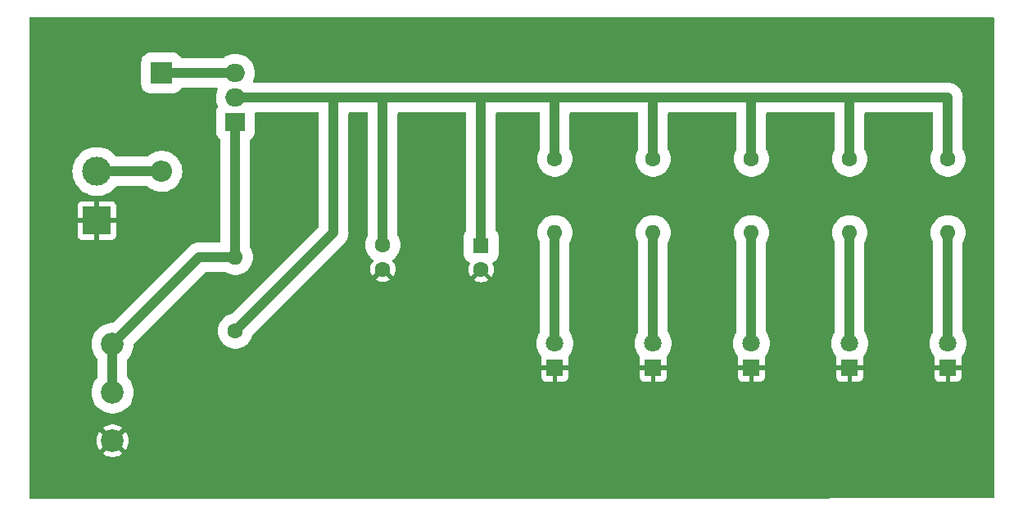
<source format=gbr>
%TF.GenerationSoftware,KiCad,Pcbnew,(7.0.0)*%
%TF.CreationDate,2024-04-05T21:03:04-03:00*%
%TF.ProjectId,Lumin_ria Rodrigo,4c756d69-6ee1-4726-9961-20526f647269,rev?*%
%TF.SameCoordinates,Original*%
%TF.FileFunction,Copper,L2,Bot*%
%TF.FilePolarity,Positive*%
%FSLAX46Y46*%
G04 Gerber Fmt 4.6, Leading zero omitted, Abs format (unit mm)*
G04 Created by KiCad (PCBNEW (7.0.0)) date 2024-04-05 21:03:04*
%MOMM*%
%LPD*%
G01*
G04 APERTURE LIST*
%TA.AperFunction,ComponentPad*%
%ADD10R,1.600000X1.600000*%
%TD*%
%TA.AperFunction,ComponentPad*%
%ADD11C,1.600000*%
%TD*%
%TA.AperFunction,ComponentPad*%
%ADD12R,1.800000X1.800000*%
%TD*%
%TA.AperFunction,ComponentPad*%
%ADD13C,1.800000*%
%TD*%
%TA.AperFunction,ComponentPad*%
%ADD14R,2.000000X1.905000*%
%TD*%
%TA.AperFunction,ComponentPad*%
%ADD15O,2.000000X1.905000*%
%TD*%
%TA.AperFunction,ComponentPad*%
%ADD16O,1.600000X1.600000*%
%TD*%
%TA.AperFunction,ComponentPad*%
%ADD17R,3.000000X3.000000*%
%TD*%
%TA.AperFunction,ComponentPad*%
%ADD18C,3.000000*%
%TD*%
%TA.AperFunction,ComponentPad*%
%ADD19R,2.200000X2.200000*%
%TD*%
%TA.AperFunction,ComponentPad*%
%ADD20O,2.200000X2.200000*%
%TD*%
%TA.AperFunction,ComponentPad*%
%ADD21C,2.340000*%
%TD*%
%TA.AperFunction,Conductor*%
%ADD22C,1.016000*%
%TD*%
G04 APERTURE END LIST*
D10*
%TO.P,C2,1*%
%TO.N,Net-(U1-VO)*%
X116839999Y-73699999D03*
D11*
%TO.P,C2,2*%
%TO.N,GNDREF*%
X116840000Y-76200000D03*
%TD*%
D12*
%TO.P,D5,1,K*%
%TO.N,GNDREF*%
X154939999Y-86359999D03*
D13*
%TO.P,D5,2,A*%
%TO.N,Net-(D5-A)*%
X154940000Y-83820000D03*
%TD*%
D12*
%TO.P,D2,1,K*%
%TO.N,GNDREF*%
X124459999Y-86359999D03*
D13*
%TO.P,D2,2,A*%
%TO.N,Net-(D2-A)*%
X124460000Y-83820000D03*
%TD*%
D14*
%TO.P,U1,1,ADJ*%
%TO.N,Net-(U1-ADJ)*%
X91439999Y-60959999D03*
D15*
%TO.P,U1,2,VO*%
%TO.N,Net-(U1-VO)*%
X91439999Y-58419999D03*
%TO.P,U1,3,VI*%
%TO.N,Net-(D1-K)*%
X91439999Y-55879999D03*
%TD*%
D11*
%TO.P,R2,1*%
%TO.N,Net-(U1-VO)*%
X124460000Y-64770000D03*
D16*
%TO.P,R2,2*%
%TO.N,Net-(D2-A)*%
X124459999Y-72389999D03*
%TD*%
D12*
%TO.P,D6,1,K*%
%TO.N,GNDREF*%
X165099999Y-86359999D03*
D13*
%TO.P,D6,2,A*%
%TO.N,Net-(D6-A)*%
X165100000Y-83820000D03*
%TD*%
D17*
%TO.P,J1,1,Pin_1*%
%TO.N,GNDREF*%
X77114399Y-71145399D03*
D18*
%TO.P,J1,2,Pin_2*%
%TO.N,Net-(D1-A)*%
X77114400Y-66065400D03*
%TD*%
D11*
%TO.P,C1,1*%
%TO.N,Net-(U1-VO)*%
X106680000Y-73660000D03*
%TO.P,C1,2*%
%TO.N,GNDREF*%
X106680000Y-76160000D03*
%TD*%
%TO.P,R6,1*%
%TO.N,Net-(U1-VO)*%
X165100000Y-64770000D03*
D16*
%TO.P,R6,2*%
%TO.N,Net-(D6-A)*%
X165099999Y-72389999D03*
%TD*%
D19*
%TO.P,D1,1,K*%
%TO.N,Net-(D1-K)*%
X83819999Y-55879999D03*
D20*
%TO.P,D1,2,A*%
%TO.N,Net-(D1-A)*%
X83819999Y-66039999D03*
%TD*%
D11*
%TO.P,R5,1*%
%TO.N,Net-(U1-VO)*%
X154940000Y-64770000D03*
D16*
%TO.P,R5,2*%
%TO.N,Net-(D5-A)*%
X154939999Y-72389999D03*
%TD*%
D21*
%TO.P,RV1,1,1*%
%TO.N,Net-(U1-ADJ)*%
X78740000Y-83900000D03*
%TO.P,RV1,2,2*%
X78740000Y-88900000D03*
%TO.P,RV1,3,3*%
%TO.N,GNDREF*%
X78740000Y-93900000D03*
%TD*%
D11*
%TO.P,R1,1*%
%TO.N,Net-(U1-VO)*%
X91440000Y-82550000D03*
D16*
%TO.P,R1,2*%
%TO.N,Net-(U1-ADJ)*%
X91439999Y-74929999D03*
%TD*%
D11*
%TO.P,R3,1*%
%TO.N,Net-(U1-VO)*%
X134620000Y-64770000D03*
D16*
%TO.P,R3,2*%
%TO.N,Net-(D3-A)*%
X134619999Y-72389999D03*
%TD*%
D12*
%TO.P,D3,1,K*%
%TO.N,GNDREF*%
X134619999Y-86359999D03*
D13*
%TO.P,D3,2,A*%
%TO.N,Net-(D3-A)*%
X134620000Y-83820000D03*
%TD*%
D12*
%TO.P,D4,1,K*%
%TO.N,GNDREF*%
X144779999Y-86359999D03*
D13*
%TO.P,D4,2,A*%
%TO.N,Net-(D4-A)*%
X144780000Y-83820000D03*
%TD*%
D11*
%TO.P,R4,1*%
%TO.N,Net-(U1-VO)*%
X144780000Y-64770000D03*
D16*
%TO.P,R4,2*%
%TO.N,Net-(D4-A)*%
X144779999Y-72389999D03*
%TD*%
D22*
%TO.N,Net-(U1-VO)*%
X106680000Y-73660000D02*
X106680000Y-58420000D01*
X91440000Y-58420000D02*
X99060000Y-58420000D01*
X99060000Y-58420000D02*
X101600000Y-58420000D01*
X116840000Y-73700000D02*
X116840000Y-58420000D01*
X144780000Y-64770000D02*
X144780000Y-58420000D01*
X106680000Y-58420000D02*
X116840000Y-58420000D01*
X124460000Y-58420000D02*
X144780000Y-58420000D01*
X134620000Y-64770000D02*
X134620000Y-58420000D01*
X134620000Y-58420000D02*
X137160000Y-58420000D01*
X165100000Y-58420000D02*
X165100000Y-64770000D01*
X144780000Y-58420000D02*
X154940000Y-58420000D01*
X116840000Y-58420000D02*
X124460000Y-58420000D01*
X124460000Y-64770000D02*
X124460000Y-58420000D01*
X154940000Y-58420000D02*
X165100000Y-58420000D01*
X154940000Y-64770000D02*
X154940000Y-58420000D01*
X91440000Y-82550000D02*
X101600000Y-72390000D01*
X101600000Y-72390000D02*
X101600000Y-58420000D01*
X101600000Y-58420000D02*
X106680000Y-58420000D01*
%TO.N,Net-(D1-K)*%
X83820000Y-55880000D02*
X91440000Y-55880000D01*
%TO.N,Net-(D1-A)*%
X83794600Y-66065400D02*
X83820000Y-66040000D01*
X77114400Y-66065400D02*
X83794600Y-66065400D01*
%TO.N,Net-(D2-A)*%
X124460000Y-72390000D02*
X124460000Y-83820000D01*
%TO.N,Net-(D3-A)*%
X134620000Y-72390000D02*
X134620000Y-83820000D01*
%TO.N,Net-(D4-A)*%
X144780000Y-72390000D02*
X144780000Y-83820000D01*
%TO.N,Net-(D5-A)*%
X154940000Y-72390000D02*
X154940000Y-83820000D01*
%TO.N,Net-(D6-A)*%
X165100000Y-72390000D02*
X165100000Y-83820000D01*
%TO.N,Net-(U1-ADJ)*%
X78740000Y-88900000D02*
X78740000Y-83900000D01*
X91440000Y-74930000D02*
X87710000Y-74930000D01*
X91440000Y-60960000D02*
X91440000Y-74930000D01*
X87710000Y-74930000D02*
X78740000Y-83900000D01*
%TD*%
%TA.AperFunction,Conductor*%
%TO.N,GNDREF*%
G36*
X169813155Y-50130823D02*
G01*
X169858545Y-50176237D01*
X169875136Y-50238261D01*
X169861512Y-76915867D01*
X169849863Y-99723526D01*
X169833240Y-99785481D01*
X169787881Y-99830840D01*
X169725926Y-99847463D01*
X135682760Y-99864805D01*
X70253462Y-99898136D01*
X70191436Y-99881545D01*
X70146023Y-99836155D01*
X70129400Y-99774137D01*
X70129400Y-95244796D01*
X77752157Y-95244796D01*
X77759705Y-95252854D01*
X77898817Y-95347698D01*
X77906850Y-95352336D01*
X78123990Y-95456905D01*
X78132600Y-95460284D01*
X78362917Y-95531328D01*
X78371933Y-95533386D01*
X78610265Y-95569308D01*
X78619488Y-95570000D01*
X78860512Y-95570000D01*
X78869734Y-95569308D01*
X79108066Y-95533386D01*
X79117082Y-95531328D01*
X79347399Y-95460284D01*
X79356010Y-95456904D01*
X79573158Y-95352332D01*
X79581178Y-95347702D01*
X79720293Y-95252855D01*
X79727840Y-95244796D01*
X79721923Y-95235476D01*
X78751542Y-94265095D01*
X78740000Y-94258431D01*
X78728457Y-94265095D01*
X77758073Y-95235478D01*
X77752157Y-95244796D01*
X70129400Y-95244796D01*
X70129400Y-93904630D01*
X77065664Y-93904630D01*
X77083675Y-94144970D01*
X77085054Y-94154123D01*
X77138683Y-94389089D01*
X77141416Y-94397949D01*
X77229465Y-94622293D01*
X77233484Y-94630639D01*
X77353994Y-94839368D01*
X77359200Y-94847004D01*
X77383884Y-94877958D01*
X77395120Y-94885930D01*
X77407179Y-94879266D01*
X78374904Y-93911542D01*
X78381568Y-93899999D01*
X79098431Y-93899999D01*
X79105095Y-93911542D01*
X80072820Y-94879267D01*
X80084877Y-94885931D01*
X80096114Y-94877958D01*
X80120796Y-94847009D01*
X80126007Y-94839364D01*
X80246515Y-94630639D01*
X80250534Y-94622293D01*
X80338583Y-94397949D01*
X80341316Y-94389089D01*
X80394945Y-94154123D01*
X80396324Y-94144970D01*
X80414336Y-93904630D01*
X80414336Y-93895370D01*
X80396324Y-93655029D01*
X80394945Y-93645876D01*
X80341316Y-93410910D01*
X80338583Y-93402050D01*
X80250534Y-93177706D01*
X80246515Y-93169360D01*
X80126009Y-92960637D01*
X80120791Y-92952985D01*
X80096114Y-92922041D01*
X80084877Y-92914067D01*
X80072820Y-92920731D01*
X79105095Y-93888457D01*
X79098431Y-93899999D01*
X78381568Y-93899999D01*
X78374904Y-93888457D01*
X77407179Y-92920732D01*
X77395120Y-92914067D01*
X77383885Y-92922040D01*
X77359204Y-92952989D01*
X77353993Y-92960633D01*
X77233484Y-93169360D01*
X77229465Y-93177706D01*
X77141416Y-93402050D01*
X77138683Y-93410910D01*
X77085054Y-93645876D01*
X77083675Y-93655029D01*
X77065664Y-93895370D01*
X77065664Y-93904630D01*
X70129400Y-93904630D01*
X70129400Y-92555202D01*
X77752157Y-92555202D01*
X77758073Y-92564520D01*
X78728457Y-93534904D01*
X78740000Y-93541568D01*
X78751542Y-93534904D01*
X79721925Y-92564520D01*
X79727841Y-92555202D01*
X79720293Y-92547144D01*
X79581183Y-92452301D01*
X79573150Y-92447663D01*
X79356010Y-92343095D01*
X79347399Y-92339715D01*
X79117082Y-92268671D01*
X79108066Y-92266613D01*
X78869734Y-92230691D01*
X78860512Y-92230000D01*
X78619488Y-92230000D01*
X78610265Y-92230691D01*
X78371933Y-92266613D01*
X78362917Y-92268671D01*
X78132600Y-92339715D01*
X78123990Y-92343094D01*
X77906850Y-92447663D01*
X77898817Y-92452301D01*
X77759705Y-92547144D01*
X77752157Y-92555202D01*
X70129400Y-92555202D01*
X70129400Y-88900000D01*
X76548391Y-88900000D01*
X76568804Y-89198424D01*
X76569665Y-89202571D01*
X76569667Y-89202580D01*
X76628798Y-89487132D01*
X76629662Y-89491289D01*
X76631080Y-89495281D01*
X76631083Y-89495289D01*
X76728410Y-89769142D01*
X76729831Y-89773139D01*
X76867447Y-90038725D01*
X77039944Y-90283098D01*
X77244110Y-90501707D01*
X77476142Y-90690479D01*
X77731717Y-90845897D01*
X78006075Y-90965068D01*
X78294104Y-91045769D01*
X78590439Y-91086500D01*
X78885324Y-91086500D01*
X78889561Y-91086500D01*
X79185896Y-91045769D01*
X79473925Y-90965068D01*
X79748283Y-90845897D01*
X80003858Y-90690479D01*
X80235890Y-90501707D01*
X80440056Y-90283098D01*
X80612553Y-90038725D01*
X80750169Y-89773139D01*
X80850338Y-89491289D01*
X80911196Y-89198424D01*
X80931609Y-88900000D01*
X80911196Y-88601576D01*
X80850338Y-88308711D01*
X80750169Y-88026861D01*
X80612553Y-87761275D01*
X80440056Y-87516902D01*
X80297876Y-87364664D01*
X80273145Y-87325518D01*
X80269154Y-87304518D01*
X123060000Y-87304518D01*
X123060353Y-87311114D01*
X123065573Y-87359667D01*
X123069111Y-87374641D01*
X123113547Y-87493777D01*
X123121962Y-87509189D01*
X123197498Y-87610092D01*
X123209907Y-87622501D01*
X123310810Y-87698037D01*
X123326222Y-87706452D01*
X123445358Y-87750888D01*
X123460332Y-87754426D01*
X123508885Y-87759646D01*
X123515482Y-87760000D01*
X124193674Y-87760000D01*
X124206549Y-87756549D01*
X124210000Y-87743674D01*
X124710000Y-87743674D01*
X124713450Y-87756549D01*
X124726326Y-87760000D01*
X125404518Y-87760000D01*
X125411114Y-87759646D01*
X125459667Y-87754426D01*
X125474641Y-87750888D01*
X125593777Y-87706452D01*
X125609189Y-87698037D01*
X125710092Y-87622501D01*
X125722501Y-87610092D01*
X125798037Y-87509189D01*
X125806452Y-87493777D01*
X125850888Y-87374641D01*
X125854426Y-87359667D01*
X125859646Y-87311114D01*
X125860000Y-87304518D01*
X133220000Y-87304518D01*
X133220353Y-87311114D01*
X133225573Y-87359667D01*
X133229111Y-87374641D01*
X133273547Y-87493777D01*
X133281962Y-87509189D01*
X133357498Y-87610092D01*
X133369907Y-87622501D01*
X133470810Y-87698037D01*
X133486222Y-87706452D01*
X133605358Y-87750888D01*
X133620332Y-87754426D01*
X133668885Y-87759646D01*
X133675482Y-87760000D01*
X134353674Y-87760000D01*
X134366549Y-87756549D01*
X134370000Y-87743674D01*
X134870000Y-87743674D01*
X134873450Y-87756549D01*
X134886326Y-87760000D01*
X135564518Y-87760000D01*
X135571114Y-87759646D01*
X135619667Y-87754426D01*
X135634641Y-87750888D01*
X135753777Y-87706452D01*
X135769189Y-87698037D01*
X135870092Y-87622501D01*
X135882501Y-87610092D01*
X135958037Y-87509189D01*
X135966452Y-87493777D01*
X136010888Y-87374641D01*
X136014426Y-87359667D01*
X136019646Y-87311114D01*
X136020000Y-87304518D01*
X143380000Y-87304518D01*
X143380353Y-87311114D01*
X143385573Y-87359667D01*
X143389111Y-87374641D01*
X143433547Y-87493777D01*
X143441962Y-87509189D01*
X143517498Y-87610092D01*
X143529907Y-87622501D01*
X143630810Y-87698037D01*
X143646222Y-87706452D01*
X143765358Y-87750888D01*
X143780332Y-87754426D01*
X143828885Y-87759646D01*
X143835482Y-87760000D01*
X144513674Y-87760000D01*
X144526549Y-87756549D01*
X144530000Y-87743674D01*
X145030000Y-87743674D01*
X145033450Y-87756549D01*
X145046326Y-87760000D01*
X145724518Y-87760000D01*
X145731114Y-87759646D01*
X145779667Y-87754426D01*
X145794641Y-87750888D01*
X145913777Y-87706452D01*
X145929189Y-87698037D01*
X146030092Y-87622501D01*
X146042501Y-87610092D01*
X146118037Y-87509189D01*
X146126452Y-87493777D01*
X146170888Y-87374641D01*
X146174426Y-87359667D01*
X146179646Y-87311114D01*
X146180000Y-87304518D01*
X153540000Y-87304518D01*
X153540353Y-87311114D01*
X153545573Y-87359667D01*
X153549111Y-87374641D01*
X153593547Y-87493777D01*
X153601962Y-87509189D01*
X153677498Y-87610092D01*
X153689907Y-87622501D01*
X153790810Y-87698037D01*
X153806222Y-87706452D01*
X153925358Y-87750888D01*
X153940332Y-87754426D01*
X153988885Y-87759646D01*
X153995482Y-87760000D01*
X154673674Y-87760000D01*
X154686549Y-87756549D01*
X154690000Y-87743674D01*
X155190000Y-87743674D01*
X155193450Y-87756549D01*
X155206326Y-87760000D01*
X155884518Y-87760000D01*
X155891114Y-87759646D01*
X155939667Y-87754426D01*
X155954641Y-87750888D01*
X156073777Y-87706452D01*
X156089189Y-87698037D01*
X156190092Y-87622501D01*
X156202501Y-87610092D01*
X156278037Y-87509189D01*
X156286452Y-87493777D01*
X156330888Y-87374641D01*
X156334426Y-87359667D01*
X156339646Y-87311114D01*
X156340000Y-87304518D01*
X163700000Y-87304518D01*
X163700353Y-87311114D01*
X163705573Y-87359667D01*
X163709111Y-87374641D01*
X163753547Y-87493777D01*
X163761962Y-87509189D01*
X163837498Y-87610092D01*
X163849907Y-87622501D01*
X163950810Y-87698037D01*
X163966222Y-87706452D01*
X164085358Y-87750888D01*
X164100332Y-87754426D01*
X164148885Y-87759646D01*
X164155482Y-87760000D01*
X164833674Y-87760000D01*
X164846549Y-87756549D01*
X164850000Y-87743674D01*
X165350000Y-87743674D01*
X165353450Y-87756549D01*
X165366326Y-87760000D01*
X166044518Y-87760000D01*
X166051114Y-87759646D01*
X166099667Y-87754426D01*
X166114641Y-87750888D01*
X166233777Y-87706452D01*
X166249189Y-87698037D01*
X166350092Y-87622501D01*
X166362501Y-87610092D01*
X166438037Y-87509189D01*
X166446452Y-87493777D01*
X166490888Y-87374641D01*
X166494426Y-87359667D01*
X166499646Y-87311114D01*
X166500000Y-87304518D01*
X166500000Y-86626326D01*
X166496549Y-86613450D01*
X166483674Y-86610000D01*
X165366326Y-86610000D01*
X165353450Y-86613450D01*
X165350000Y-86626326D01*
X165350000Y-87743674D01*
X164850000Y-87743674D01*
X164850000Y-86626326D01*
X164846549Y-86613450D01*
X164833674Y-86610000D01*
X163716326Y-86610000D01*
X163703450Y-86613450D01*
X163700000Y-86626326D01*
X163700000Y-87304518D01*
X156340000Y-87304518D01*
X156340000Y-86626326D01*
X156336549Y-86613450D01*
X156323674Y-86610000D01*
X155206326Y-86610000D01*
X155193450Y-86613450D01*
X155190000Y-86626326D01*
X155190000Y-87743674D01*
X154690000Y-87743674D01*
X154690000Y-86626326D01*
X154686549Y-86613450D01*
X154673674Y-86610000D01*
X153556326Y-86610000D01*
X153543450Y-86613450D01*
X153540000Y-86626326D01*
X153540000Y-87304518D01*
X146180000Y-87304518D01*
X146180000Y-86626326D01*
X146176549Y-86613450D01*
X146163674Y-86610000D01*
X145046326Y-86610000D01*
X145033450Y-86613450D01*
X145030000Y-86626326D01*
X145030000Y-87743674D01*
X144530000Y-87743674D01*
X144530000Y-86626326D01*
X144526549Y-86613450D01*
X144513674Y-86610000D01*
X143396326Y-86610000D01*
X143383450Y-86613450D01*
X143380000Y-86626326D01*
X143380000Y-87304518D01*
X136020000Y-87304518D01*
X136020000Y-86626326D01*
X136016549Y-86613450D01*
X136003674Y-86610000D01*
X134886326Y-86610000D01*
X134873450Y-86613450D01*
X134870000Y-86626326D01*
X134870000Y-87743674D01*
X134370000Y-87743674D01*
X134370000Y-86626326D01*
X134366549Y-86613450D01*
X134353674Y-86610000D01*
X133236326Y-86610000D01*
X133223450Y-86613450D01*
X133220000Y-86626326D01*
X133220000Y-87304518D01*
X125860000Y-87304518D01*
X125860000Y-86626326D01*
X125856549Y-86613450D01*
X125843674Y-86610000D01*
X124726326Y-86610000D01*
X124713450Y-86613450D01*
X124710000Y-86626326D01*
X124710000Y-87743674D01*
X124210000Y-87743674D01*
X124210000Y-86626326D01*
X124206549Y-86613450D01*
X124193674Y-86610000D01*
X123076326Y-86610000D01*
X123063450Y-86613450D01*
X123060000Y-86626326D01*
X123060000Y-87304518D01*
X80269154Y-87304518D01*
X80264500Y-87280028D01*
X80264500Y-85519972D01*
X80273145Y-85474482D01*
X80297876Y-85435336D01*
X80322579Y-85408885D01*
X80440056Y-85283098D01*
X80612553Y-85038725D01*
X80750169Y-84773139D01*
X80850338Y-84491289D01*
X80911196Y-84198424D01*
X80931055Y-83908097D01*
X80941891Y-83865228D01*
X80967081Y-83828886D01*
X88305149Y-76490819D01*
X88345378Y-76463939D01*
X88392831Y-76454500D01*
X90413148Y-76454500D01*
X90449697Y-76460009D01*
X90483000Y-76476046D01*
X90529203Y-76507547D01*
X90774497Y-76625674D01*
X91034657Y-76705923D01*
X91303872Y-76746500D01*
X91571491Y-76746500D01*
X91576128Y-76746500D01*
X91845343Y-76705923D01*
X92105503Y-76625674D01*
X92350797Y-76507547D01*
X92575745Y-76354180D01*
X92775323Y-76168999D01*
X92945072Y-75956140D01*
X93081199Y-75720360D01*
X93180666Y-75466924D01*
X93241248Y-75201494D01*
X93261594Y-74930000D01*
X93241248Y-74658506D01*
X93180666Y-74393076D01*
X93081199Y-74139640D01*
X93078880Y-74135624D01*
X93078878Y-74135619D01*
X92981113Y-73966285D01*
X92964500Y-73904285D01*
X92964500Y-62855689D01*
X92976405Y-62802672D01*
X93009834Y-62759836D01*
X93162252Y-62634752D01*
X93289278Y-62479969D01*
X93383667Y-62303380D01*
X93441792Y-62111769D01*
X93456500Y-61962434D01*
X93456500Y-60068500D01*
X93473113Y-60006500D01*
X93518500Y-59961113D01*
X93580500Y-59944500D01*
X98936930Y-59944500D01*
X99121441Y-59944500D01*
X99951500Y-59944500D01*
X100013500Y-59961113D01*
X100058887Y-60006500D01*
X100075500Y-60068500D01*
X100075500Y-71707169D01*
X100066061Y-71754622D01*
X100039181Y-71794850D01*
X91092234Y-80741795D01*
X91034536Y-80773687D01*
X91034657Y-80774077D01*
X91032791Y-80774652D01*
X91032788Y-80774653D01*
X91030236Y-80775440D01*
X91030230Y-80775442D01*
X90778927Y-80852959D01*
X90778920Y-80852961D01*
X90774497Y-80854326D01*
X90770327Y-80856333D01*
X90770317Y-80856338D01*
X90533385Y-80970439D01*
X90529203Y-80972453D01*
X90525380Y-80975058D01*
X90525372Y-80975064D01*
X90308083Y-81123210D01*
X90304255Y-81125820D01*
X90300863Y-81128966D01*
X90300857Y-81128972D01*
X90108078Y-81307845D01*
X90104677Y-81311001D01*
X90101788Y-81314623D01*
X90101784Y-81314628D01*
X89937820Y-81520233D01*
X89934928Y-81523860D01*
X89932609Y-81527875D01*
X89932608Y-81527878D01*
X89801121Y-81755619D01*
X89801113Y-81755634D01*
X89798801Y-81759640D01*
X89797107Y-81763954D01*
X89797105Y-81763960D01*
X89701028Y-82008757D01*
X89701023Y-82008770D01*
X89699334Y-82013076D01*
X89698303Y-82017590D01*
X89698301Y-82017599D01*
X89639784Y-82273981D01*
X89639782Y-82273991D01*
X89638752Y-82278506D01*
X89618406Y-82550000D01*
X89638752Y-82821494D01*
X89639782Y-82826010D01*
X89639784Y-82826018D01*
X89684766Y-83023098D01*
X89699334Y-83086924D01*
X89701025Y-83091233D01*
X89701028Y-83091242D01*
X89788011Y-83312867D01*
X89798801Y-83340360D01*
X89801116Y-83344370D01*
X89801121Y-83344380D01*
X89896134Y-83508947D01*
X89934928Y-83576140D01*
X90104677Y-83788999D01*
X90304255Y-83974180D01*
X90529203Y-84127547D01*
X90774497Y-84245674D01*
X91034657Y-84325923D01*
X91303872Y-84366500D01*
X91571491Y-84366500D01*
X91576128Y-84366500D01*
X91845343Y-84325923D01*
X92105503Y-84245674D01*
X92350797Y-84127547D01*
X92575745Y-83974180D01*
X92741912Y-83820000D01*
X122538605Y-83820000D01*
X122538921Y-83824418D01*
X122557845Y-84089020D01*
X122557846Y-84089029D01*
X122558162Y-84093443D01*
X122559102Y-84097768D01*
X122559104Y-84097776D01*
X122580078Y-84194191D01*
X122616435Y-84361320D01*
X122712238Y-84618176D01*
X122714358Y-84622058D01*
X122714361Y-84622065D01*
X122841493Y-84854891D01*
X122841497Y-84854898D01*
X122843620Y-84858785D01*
X122846277Y-84862334D01*
X123005254Y-85074703D01*
X123005259Y-85074709D01*
X123007907Y-85078246D01*
X123011037Y-85081376D01*
X123011039Y-85081378D01*
X123068698Y-85139037D01*
X123102183Y-85200359D01*
X123097199Y-85270050D01*
X123069112Y-85345354D01*
X123065573Y-85360332D01*
X123060353Y-85408885D01*
X123060000Y-85415482D01*
X123060000Y-86093674D01*
X123063450Y-86106549D01*
X123076326Y-86110000D01*
X125843674Y-86110000D01*
X125856549Y-86106549D01*
X125860000Y-86093674D01*
X125860000Y-85415482D01*
X125859646Y-85408885D01*
X125854426Y-85360332D01*
X125850888Y-85345361D01*
X125822800Y-85270053D01*
X125815017Y-85223768D01*
X125824994Y-85177906D01*
X125851298Y-85139040D01*
X125912093Y-85078246D01*
X126076380Y-84858785D01*
X126207762Y-84618176D01*
X126303565Y-84361320D01*
X126361838Y-84093443D01*
X126381395Y-83820000D01*
X132698605Y-83820000D01*
X132698921Y-83824418D01*
X132717845Y-84089020D01*
X132717846Y-84089029D01*
X132718162Y-84093443D01*
X132719102Y-84097768D01*
X132719104Y-84097776D01*
X132740078Y-84194191D01*
X132776435Y-84361320D01*
X132872238Y-84618176D01*
X132874358Y-84622058D01*
X132874361Y-84622065D01*
X133001493Y-84854891D01*
X133001497Y-84854898D01*
X133003620Y-84858785D01*
X133006277Y-84862334D01*
X133165254Y-85074703D01*
X133165259Y-85074709D01*
X133167907Y-85078246D01*
X133171037Y-85081376D01*
X133171039Y-85081378D01*
X133228698Y-85139037D01*
X133262183Y-85200359D01*
X133257199Y-85270050D01*
X133229112Y-85345354D01*
X133225573Y-85360332D01*
X133220353Y-85408885D01*
X133220000Y-85415482D01*
X133220000Y-86093674D01*
X133223450Y-86106549D01*
X133236326Y-86110000D01*
X136003674Y-86110000D01*
X136016549Y-86106549D01*
X136020000Y-86093674D01*
X136020000Y-85415482D01*
X136019646Y-85408885D01*
X136014426Y-85360332D01*
X136010888Y-85345361D01*
X135982800Y-85270053D01*
X135975017Y-85223768D01*
X135984994Y-85177906D01*
X136011298Y-85139040D01*
X136072093Y-85078246D01*
X136236380Y-84858785D01*
X136367762Y-84618176D01*
X136463565Y-84361320D01*
X136521838Y-84093443D01*
X136541395Y-83820000D01*
X142858605Y-83820000D01*
X142858921Y-83824418D01*
X142877845Y-84089020D01*
X142877846Y-84089029D01*
X142878162Y-84093443D01*
X142879102Y-84097768D01*
X142879104Y-84097776D01*
X142900078Y-84194191D01*
X142936435Y-84361320D01*
X143032238Y-84618176D01*
X143034358Y-84622058D01*
X143034361Y-84622065D01*
X143161493Y-84854891D01*
X143161497Y-84854898D01*
X143163620Y-84858785D01*
X143166277Y-84862334D01*
X143325254Y-85074703D01*
X143325259Y-85074709D01*
X143327907Y-85078246D01*
X143331037Y-85081376D01*
X143331039Y-85081378D01*
X143388698Y-85139037D01*
X143422183Y-85200359D01*
X143417199Y-85270050D01*
X143389112Y-85345354D01*
X143385573Y-85360332D01*
X143380353Y-85408885D01*
X143380000Y-85415482D01*
X143380000Y-86093674D01*
X143383450Y-86106549D01*
X143396326Y-86110000D01*
X146163674Y-86110000D01*
X146176549Y-86106549D01*
X146180000Y-86093674D01*
X146180000Y-85415482D01*
X146179646Y-85408885D01*
X146174426Y-85360332D01*
X146170888Y-85345361D01*
X146142800Y-85270053D01*
X146135017Y-85223768D01*
X146144994Y-85177906D01*
X146171298Y-85139040D01*
X146232093Y-85078246D01*
X146396380Y-84858785D01*
X146527762Y-84618176D01*
X146623565Y-84361320D01*
X146681838Y-84093443D01*
X146701395Y-83820000D01*
X153018605Y-83820000D01*
X153018921Y-83824418D01*
X153037845Y-84089020D01*
X153037846Y-84089029D01*
X153038162Y-84093443D01*
X153039102Y-84097768D01*
X153039104Y-84097776D01*
X153060078Y-84194191D01*
X153096435Y-84361320D01*
X153192238Y-84618176D01*
X153194358Y-84622058D01*
X153194361Y-84622065D01*
X153321493Y-84854891D01*
X153321497Y-84854898D01*
X153323620Y-84858785D01*
X153326277Y-84862334D01*
X153485254Y-85074703D01*
X153485259Y-85074709D01*
X153487907Y-85078246D01*
X153491037Y-85081376D01*
X153491039Y-85081378D01*
X153548698Y-85139037D01*
X153582183Y-85200359D01*
X153577199Y-85270050D01*
X153549112Y-85345354D01*
X153545573Y-85360332D01*
X153540353Y-85408885D01*
X153540000Y-85415482D01*
X153540000Y-86093674D01*
X153543450Y-86106549D01*
X153556326Y-86110000D01*
X156323674Y-86110000D01*
X156336549Y-86106549D01*
X156340000Y-86093674D01*
X156340000Y-85415482D01*
X156339646Y-85408885D01*
X156334426Y-85360332D01*
X156330888Y-85345361D01*
X156302800Y-85270053D01*
X156295017Y-85223768D01*
X156304994Y-85177906D01*
X156331298Y-85139040D01*
X156392093Y-85078246D01*
X156556380Y-84858785D01*
X156687762Y-84618176D01*
X156783565Y-84361320D01*
X156841838Y-84093443D01*
X156861395Y-83820000D01*
X163178605Y-83820000D01*
X163178921Y-83824418D01*
X163197845Y-84089020D01*
X163197846Y-84089029D01*
X163198162Y-84093443D01*
X163199102Y-84097768D01*
X163199104Y-84097776D01*
X163220078Y-84194191D01*
X163256435Y-84361320D01*
X163352238Y-84618176D01*
X163354358Y-84622058D01*
X163354361Y-84622065D01*
X163481493Y-84854891D01*
X163481497Y-84854898D01*
X163483620Y-84858785D01*
X163486277Y-84862334D01*
X163645254Y-85074703D01*
X163645259Y-85074709D01*
X163647907Y-85078246D01*
X163651037Y-85081376D01*
X163651039Y-85081378D01*
X163708698Y-85139037D01*
X163742183Y-85200359D01*
X163737199Y-85270050D01*
X163709112Y-85345354D01*
X163705573Y-85360332D01*
X163700353Y-85408885D01*
X163700000Y-85415482D01*
X163700000Y-86093674D01*
X163703450Y-86106549D01*
X163716326Y-86110000D01*
X166483674Y-86110000D01*
X166496549Y-86106549D01*
X166500000Y-86093674D01*
X166500000Y-85415482D01*
X166499646Y-85408885D01*
X166494426Y-85360332D01*
X166490888Y-85345361D01*
X166462800Y-85270053D01*
X166455017Y-85223768D01*
X166464994Y-85177906D01*
X166491298Y-85139040D01*
X166552093Y-85078246D01*
X166716380Y-84858785D01*
X166847762Y-84618176D01*
X166943565Y-84361320D01*
X167001838Y-84093443D01*
X167021395Y-83820000D01*
X167001838Y-83546557D01*
X166943565Y-83278680D01*
X166847762Y-83021824D01*
X166738374Y-82821494D01*
X166718506Y-82785108D01*
X166718504Y-82785105D01*
X166716380Y-82781215D01*
X166713722Y-82777665D01*
X166713718Y-82777658D01*
X166649233Y-82691516D01*
X166630846Y-82656365D01*
X166624500Y-82617206D01*
X166624500Y-73415715D01*
X166641113Y-73353715D01*
X166683832Y-73279724D01*
X166741199Y-73180360D01*
X166840666Y-72926924D01*
X166901248Y-72661494D01*
X166921594Y-72390000D01*
X166901248Y-72118506D01*
X166840666Y-71853076D01*
X166741199Y-71599640D01*
X166738880Y-71595624D01*
X166738878Y-71595619D01*
X166625273Y-71398850D01*
X166605072Y-71363860D01*
X166435323Y-71151001D01*
X166235745Y-70965820D01*
X166010797Y-70812453D01*
X165897695Y-70757986D01*
X165769682Y-70696338D01*
X165769676Y-70696335D01*
X165765503Y-70694326D01*
X165761074Y-70692959D01*
X165761072Y-70692959D01*
X165509773Y-70615443D01*
X165509767Y-70615441D01*
X165505343Y-70614077D01*
X165500767Y-70613387D01*
X165500757Y-70613385D01*
X165240713Y-70574191D01*
X165240712Y-70574190D01*
X165236128Y-70573500D01*
X164963872Y-70573500D01*
X164959288Y-70574190D01*
X164959286Y-70574191D01*
X164699242Y-70613385D01*
X164699229Y-70613387D01*
X164694657Y-70614077D01*
X164690235Y-70615440D01*
X164690226Y-70615443D01*
X164438927Y-70692959D01*
X164438920Y-70692961D01*
X164434497Y-70694326D01*
X164430327Y-70696333D01*
X164430317Y-70696338D01*
X164193385Y-70810439D01*
X164189203Y-70812453D01*
X164185380Y-70815058D01*
X164185372Y-70815064D01*
X163968083Y-70963210D01*
X163964255Y-70965820D01*
X163960863Y-70968966D01*
X163960857Y-70968972D01*
X163768078Y-71147845D01*
X163764677Y-71151001D01*
X163761788Y-71154623D01*
X163761784Y-71154628D01*
X163597820Y-71360233D01*
X163594928Y-71363860D01*
X163592609Y-71367875D01*
X163592608Y-71367878D01*
X163461121Y-71595619D01*
X163461113Y-71595634D01*
X163458801Y-71599640D01*
X163457107Y-71603954D01*
X163457105Y-71603960D01*
X163361028Y-71848757D01*
X163361023Y-71848770D01*
X163359334Y-71853076D01*
X163358303Y-71857590D01*
X163358301Y-71857599D01*
X163299784Y-72113981D01*
X163299782Y-72113991D01*
X163298752Y-72118506D01*
X163278406Y-72390000D01*
X163278753Y-72394630D01*
X163294136Y-72599906D01*
X163298752Y-72661494D01*
X163299782Y-72666010D01*
X163299784Y-72666018D01*
X163358301Y-72922400D01*
X163359334Y-72926924D01*
X163361025Y-72931233D01*
X163361028Y-72931242D01*
X163443980Y-73142597D01*
X163458801Y-73180360D01*
X163461116Y-73184370D01*
X163461121Y-73184380D01*
X163558887Y-73353715D01*
X163575500Y-73415715D01*
X163575500Y-82617206D01*
X163569154Y-82656365D01*
X163550767Y-82691516D01*
X163486281Y-82777658D01*
X163486270Y-82777674D01*
X163483620Y-82781215D01*
X163481501Y-82785094D01*
X163481493Y-82785108D01*
X163354361Y-83017934D01*
X163354355Y-83017946D01*
X163352238Y-83021824D01*
X163350692Y-83025967D01*
X163350690Y-83025973D01*
X163257980Y-83274536D01*
X163257977Y-83274544D01*
X163256435Y-83278680D01*
X163255494Y-83283002D01*
X163255494Y-83283005D01*
X163199104Y-83542223D01*
X163199102Y-83542233D01*
X163198162Y-83546557D01*
X163197846Y-83550968D01*
X163197845Y-83550979D01*
X163193924Y-83605808D01*
X163178605Y-83820000D01*
X156861395Y-83820000D01*
X156841838Y-83546557D01*
X156783565Y-83278680D01*
X156687762Y-83021824D01*
X156578374Y-82821494D01*
X156558506Y-82785108D01*
X156558504Y-82785105D01*
X156556380Y-82781215D01*
X156553722Y-82777665D01*
X156553718Y-82777658D01*
X156489233Y-82691516D01*
X156470846Y-82656365D01*
X156464500Y-82617206D01*
X156464500Y-73415715D01*
X156481113Y-73353715D01*
X156523832Y-73279724D01*
X156581199Y-73180360D01*
X156680666Y-72926924D01*
X156741248Y-72661494D01*
X156761594Y-72390000D01*
X156741248Y-72118506D01*
X156680666Y-71853076D01*
X156581199Y-71599640D01*
X156578880Y-71595624D01*
X156578878Y-71595619D01*
X156465273Y-71398850D01*
X156445072Y-71363860D01*
X156275323Y-71151001D01*
X156075745Y-70965820D01*
X155850797Y-70812453D01*
X155737695Y-70757986D01*
X155609682Y-70696338D01*
X155609676Y-70696335D01*
X155605503Y-70694326D01*
X155601074Y-70692959D01*
X155601072Y-70692959D01*
X155349773Y-70615443D01*
X155349767Y-70615441D01*
X155345343Y-70614077D01*
X155340767Y-70613387D01*
X155340757Y-70613385D01*
X155080713Y-70574191D01*
X155080712Y-70574190D01*
X155076128Y-70573500D01*
X154803872Y-70573500D01*
X154799288Y-70574190D01*
X154799286Y-70574191D01*
X154539242Y-70613385D01*
X154539229Y-70613387D01*
X154534657Y-70614077D01*
X154530235Y-70615440D01*
X154530226Y-70615443D01*
X154278927Y-70692959D01*
X154278920Y-70692961D01*
X154274497Y-70694326D01*
X154270327Y-70696333D01*
X154270317Y-70696338D01*
X154033385Y-70810439D01*
X154029203Y-70812453D01*
X154025380Y-70815058D01*
X154025372Y-70815064D01*
X153808083Y-70963210D01*
X153804255Y-70965820D01*
X153800863Y-70968966D01*
X153800857Y-70968972D01*
X153608078Y-71147845D01*
X153604677Y-71151001D01*
X153601788Y-71154623D01*
X153601784Y-71154628D01*
X153437820Y-71360233D01*
X153434928Y-71363860D01*
X153432609Y-71367875D01*
X153432608Y-71367878D01*
X153301121Y-71595619D01*
X153301113Y-71595634D01*
X153298801Y-71599640D01*
X153297107Y-71603954D01*
X153297105Y-71603960D01*
X153201028Y-71848757D01*
X153201023Y-71848770D01*
X153199334Y-71853076D01*
X153198303Y-71857590D01*
X153198301Y-71857599D01*
X153139784Y-72113981D01*
X153139782Y-72113991D01*
X153138752Y-72118506D01*
X153118406Y-72390000D01*
X153118753Y-72394630D01*
X153134136Y-72599906D01*
X153138752Y-72661494D01*
X153139782Y-72666010D01*
X153139784Y-72666018D01*
X153198301Y-72922400D01*
X153199334Y-72926924D01*
X153201025Y-72931233D01*
X153201028Y-72931242D01*
X153283980Y-73142597D01*
X153298801Y-73180360D01*
X153301116Y-73184370D01*
X153301121Y-73184380D01*
X153398887Y-73353715D01*
X153415500Y-73415715D01*
X153415500Y-82617206D01*
X153409154Y-82656365D01*
X153390767Y-82691516D01*
X153326281Y-82777658D01*
X153326270Y-82777674D01*
X153323620Y-82781215D01*
X153321501Y-82785094D01*
X153321493Y-82785108D01*
X153194361Y-83017934D01*
X153194355Y-83017946D01*
X153192238Y-83021824D01*
X153190692Y-83025967D01*
X153190690Y-83025973D01*
X153097980Y-83274536D01*
X153097977Y-83274544D01*
X153096435Y-83278680D01*
X153095494Y-83283002D01*
X153095494Y-83283005D01*
X153039104Y-83542223D01*
X153039102Y-83542233D01*
X153038162Y-83546557D01*
X153037846Y-83550968D01*
X153037845Y-83550979D01*
X153033924Y-83605808D01*
X153018605Y-83820000D01*
X146701395Y-83820000D01*
X146681838Y-83546557D01*
X146623565Y-83278680D01*
X146527762Y-83021824D01*
X146418374Y-82821494D01*
X146398506Y-82785108D01*
X146398504Y-82785105D01*
X146396380Y-82781215D01*
X146393722Y-82777665D01*
X146393718Y-82777658D01*
X146329233Y-82691516D01*
X146310846Y-82656365D01*
X146304500Y-82617206D01*
X146304500Y-73415715D01*
X146321113Y-73353715D01*
X146363832Y-73279724D01*
X146421199Y-73180360D01*
X146520666Y-72926924D01*
X146581248Y-72661494D01*
X146601594Y-72390000D01*
X146581248Y-72118506D01*
X146520666Y-71853076D01*
X146421199Y-71599640D01*
X146418880Y-71595624D01*
X146418878Y-71595619D01*
X146305273Y-71398850D01*
X146285072Y-71363860D01*
X146115323Y-71151001D01*
X145915745Y-70965820D01*
X145690797Y-70812453D01*
X145577695Y-70757986D01*
X145449682Y-70696338D01*
X145449676Y-70696335D01*
X145445503Y-70694326D01*
X145441074Y-70692959D01*
X145441072Y-70692959D01*
X145189773Y-70615443D01*
X145189767Y-70615441D01*
X145185343Y-70614077D01*
X145180767Y-70613387D01*
X145180757Y-70613385D01*
X144920713Y-70574191D01*
X144920712Y-70574190D01*
X144916128Y-70573500D01*
X144643872Y-70573500D01*
X144639288Y-70574190D01*
X144639286Y-70574191D01*
X144379242Y-70613385D01*
X144379229Y-70613387D01*
X144374657Y-70614077D01*
X144370235Y-70615440D01*
X144370226Y-70615443D01*
X144118927Y-70692959D01*
X144118920Y-70692961D01*
X144114497Y-70694326D01*
X144110327Y-70696333D01*
X144110317Y-70696338D01*
X143873385Y-70810439D01*
X143869203Y-70812453D01*
X143865380Y-70815058D01*
X143865372Y-70815064D01*
X143648083Y-70963210D01*
X143644255Y-70965820D01*
X143640863Y-70968966D01*
X143640857Y-70968972D01*
X143448078Y-71147845D01*
X143444677Y-71151001D01*
X143441788Y-71154623D01*
X143441784Y-71154628D01*
X143277820Y-71360233D01*
X143274928Y-71363860D01*
X143272609Y-71367875D01*
X143272608Y-71367878D01*
X143141121Y-71595619D01*
X143141113Y-71595634D01*
X143138801Y-71599640D01*
X143137107Y-71603954D01*
X143137105Y-71603960D01*
X143041028Y-71848757D01*
X143041023Y-71848770D01*
X143039334Y-71853076D01*
X143038303Y-71857590D01*
X143038301Y-71857599D01*
X142979784Y-72113981D01*
X142979782Y-72113991D01*
X142978752Y-72118506D01*
X142958406Y-72390000D01*
X142958753Y-72394630D01*
X142974136Y-72599906D01*
X142978752Y-72661494D01*
X142979782Y-72666010D01*
X142979784Y-72666018D01*
X143038301Y-72922400D01*
X143039334Y-72926924D01*
X143041025Y-72931233D01*
X143041028Y-72931242D01*
X143123980Y-73142597D01*
X143138801Y-73180360D01*
X143141116Y-73184370D01*
X143141121Y-73184380D01*
X143238887Y-73353715D01*
X143255500Y-73415715D01*
X143255500Y-82617206D01*
X143249154Y-82656365D01*
X143230767Y-82691516D01*
X143166281Y-82777658D01*
X143166270Y-82777674D01*
X143163620Y-82781215D01*
X143161501Y-82785094D01*
X143161493Y-82785108D01*
X143034361Y-83017934D01*
X143034355Y-83017946D01*
X143032238Y-83021824D01*
X143030692Y-83025967D01*
X143030690Y-83025973D01*
X142937980Y-83274536D01*
X142937977Y-83274544D01*
X142936435Y-83278680D01*
X142935494Y-83283002D01*
X142935494Y-83283005D01*
X142879104Y-83542223D01*
X142879102Y-83542233D01*
X142878162Y-83546557D01*
X142877846Y-83550968D01*
X142877845Y-83550979D01*
X142873924Y-83605808D01*
X142858605Y-83820000D01*
X136541395Y-83820000D01*
X136521838Y-83546557D01*
X136463565Y-83278680D01*
X136367762Y-83021824D01*
X136258374Y-82821494D01*
X136238506Y-82785108D01*
X136238504Y-82785105D01*
X136236380Y-82781215D01*
X136233722Y-82777665D01*
X136233718Y-82777658D01*
X136169233Y-82691516D01*
X136150846Y-82656365D01*
X136144500Y-82617206D01*
X136144500Y-73415715D01*
X136161113Y-73353715D01*
X136203832Y-73279724D01*
X136261199Y-73180360D01*
X136360666Y-72926924D01*
X136421248Y-72661494D01*
X136441594Y-72390000D01*
X136421248Y-72118506D01*
X136360666Y-71853076D01*
X136261199Y-71599640D01*
X136258880Y-71595624D01*
X136258878Y-71595619D01*
X136145273Y-71398850D01*
X136125072Y-71363860D01*
X135955323Y-71151001D01*
X135755745Y-70965820D01*
X135530797Y-70812453D01*
X135417695Y-70757986D01*
X135289682Y-70696338D01*
X135289676Y-70696335D01*
X135285503Y-70694326D01*
X135281074Y-70692959D01*
X135281072Y-70692959D01*
X135029773Y-70615443D01*
X135029767Y-70615441D01*
X135025343Y-70614077D01*
X135020767Y-70613387D01*
X135020757Y-70613385D01*
X134760713Y-70574191D01*
X134760712Y-70574190D01*
X134756128Y-70573500D01*
X134483872Y-70573500D01*
X134479288Y-70574190D01*
X134479286Y-70574191D01*
X134219242Y-70613385D01*
X134219229Y-70613387D01*
X134214657Y-70614077D01*
X134210235Y-70615440D01*
X134210226Y-70615443D01*
X133958927Y-70692959D01*
X133958920Y-70692961D01*
X133954497Y-70694326D01*
X133950327Y-70696333D01*
X133950317Y-70696338D01*
X133713385Y-70810439D01*
X133709203Y-70812453D01*
X133705380Y-70815058D01*
X133705372Y-70815064D01*
X133488083Y-70963210D01*
X133484255Y-70965820D01*
X133480863Y-70968966D01*
X133480857Y-70968972D01*
X133288078Y-71147845D01*
X133284677Y-71151001D01*
X133281788Y-71154623D01*
X133281784Y-71154628D01*
X133117820Y-71360233D01*
X133114928Y-71363860D01*
X133112609Y-71367875D01*
X133112608Y-71367878D01*
X132981121Y-71595619D01*
X132981113Y-71595634D01*
X132978801Y-71599640D01*
X132977107Y-71603954D01*
X132977105Y-71603960D01*
X132881028Y-71848757D01*
X132881023Y-71848770D01*
X132879334Y-71853076D01*
X132878303Y-71857590D01*
X132878301Y-71857599D01*
X132819784Y-72113981D01*
X132819782Y-72113991D01*
X132818752Y-72118506D01*
X132798406Y-72390000D01*
X132798753Y-72394630D01*
X132814136Y-72599906D01*
X132818752Y-72661494D01*
X132819782Y-72666010D01*
X132819784Y-72666018D01*
X132878301Y-72922400D01*
X132879334Y-72926924D01*
X132881025Y-72931233D01*
X132881028Y-72931242D01*
X132963980Y-73142597D01*
X132978801Y-73180360D01*
X132981116Y-73184370D01*
X132981121Y-73184380D01*
X133078887Y-73353715D01*
X133095500Y-73415715D01*
X133095500Y-82617206D01*
X133089154Y-82656365D01*
X133070767Y-82691516D01*
X133006281Y-82777658D01*
X133006270Y-82777674D01*
X133003620Y-82781215D01*
X133001501Y-82785094D01*
X133001493Y-82785108D01*
X132874361Y-83017934D01*
X132874355Y-83017946D01*
X132872238Y-83021824D01*
X132870692Y-83025967D01*
X132870690Y-83025973D01*
X132777980Y-83274536D01*
X132777977Y-83274544D01*
X132776435Y-83278680D01*
X132775494Y-83283002D01*
X132775494Y-83283005D01*
X132719104Y-83542223D01*
X132719102Y-83542233D01*
X132718162Y-83546557D01*
X132717846Y-83550968D01*
X132717845Y-83550979D01*
X132713924Y-83605808D01*
X132698605Y-83820000D01*
X126381395Y-83820000D01*
X126361838Y-83546557D01*
X126303565Y-83278680D01*
X126207762Y-83021824D01*
X126098374Y-82821494D01*
X126078506Y-82785108D01*
X126078504Y-82785105D01*
X126076380Y-82781215D01*
X126073722Y-82777665D01*
X126073718Y-82777658D01*
X126009233Y-82691516D01*
X125990846Y-82656365D01*
X125984500Y-82617206D01*
X125984500Y-73415715D01*
X126001113Y-73353715D01*
X126043832Y-73279724D01*
X126101199Y-73180360D01*
X126200666Y-72926924D01*
X126261248Y-72661494D01*
X126281594Y-72390000D01*
X126261248Y-72118506D01*
X126200666Y-71853076D01*
X126101199Y-71599640D01*
X126098880Y-71595624D01*
X126098878Y-71595619D01*
X125985273Y-71398850D01*
X125965072Y-71363860D01*
X125795323Y-71151001D01*
X125595745Y-70965820D01*
X125370797Y-70812453D01*
X125257695Y-70757986D01*
X125129682Y-70696338D01*
X125129676Y-70696335D01*
X125125503Y-70694326D01*
X125121074Y-70692959D01*
X125121072Y-70692959D01*
X124869773Y-70615443D01*
X124869767Y-70615441D01*
X124865343Y-70614077D01*
X124860767Y-70613387D01*
X124860757Y-70613385D01*
X124600713Y-70574191D01*
X124600712Y-70574190D01*
X124596128Y-70573500D01*
X124323872Y-70573500D01*
X124319288Y-70574190D01*
X124319286Y-70574191D01*
X124059242Y-70613385D01*
X124059229Y-70613387D01*
X124054657Y-70614077D01*
X124050235Y-70615440D01*
X124050226Y-70615443D01*
X123798927Y-70692959D01*
X123798920Y-70692961D01*
X123794497Y-70694326D01*
X123790327Y-70696333D01*
X123790317Y-70696338D01*
X123553385Y-70810439D01*
X123549203Y-70812453D01*
X123545380Y-70815058D01*
X123545372Y-70815064D01*
X123328083Y-70963210D01*
X123324255Y-70965820D01*
X123320863Y-70968966D01*
X123320857Y-70968972D01*
X123128078Y-71147845D01*
X123124677Y-71151001D01*
X123121788Y-71154623D01*
X123121784Y-71154628D01*
X122957820Y-71360233D01*
X122954928Y-71363860D01*
X122952609Y-71367875D01*
X122952608Y-71367878D01*
X122821121Y-71595619D01*
X122821113Y-71595634D01*
X122818801Y-71599640D01*
X122817107Y-71603954D01*
X122817105Y-71603960D01*
X122721028Y-71848757D01*
X122721023Y-71848770D01*
X122719334Y-71853076D01*
X122718303Y-71857590D01*
X122718301Y-71857599D01*
X122659784Y-72113981D01*
X122659782Y-72113991D01*
X122658752Y-72118506D01*
X122638406Y-72390000D01*
X122638753Y-72394630D01*
X122654136Y-72599906D01*
X122658752Y-72661494D01*
X122659782Y-72666010D01*
X122659784Y-72666018D01*
X122718301Y-72922400D01*
X122719334Y-72926924D01*
X122721025Y-72931233D01*
X122721028Y-72931242D01*
X122803980Y-73142597D01*
X122818801Y-73180360D01*
X122821116Y-73184370D01*
X122821121Y-73184380D01*
X122918887Y-73353715D01*
X122935500Y-73415715D01*
X122935500Y-82617206D01*
X122929154Y-82656365D01*
X122910767Y-82691516D01*
X122846281Y-82777658D01*
X122846270Y-82777674D01*
X122843620Y-82781215D01*
X122841501Y-82785094D01*
X122841493Y-82785108D01*
X122714361Y-83017934D01*
X122714355Y-83017946D01*
X122712238Y-83021824D01*
X122710692Y-83025967D01*
X122710690Y-83025973D01*
X122617980Y-83274536D01*
X122617977Y-83274544D01*
X122616435Y-83278680D01*
X122615494Y-83283002D01*
X122615494Y-83283005D01*
X122559104Y-83542223D01*
X122559102Y-83542233D01*
X122558162Y-83546557D01*
X122557846Y-83550968D01*
X122557845Y-83550979D01*
X122553924Y-83605808D01*
X122538605Y-83820000D01*
X92741912Y-83820000D01*
X92775323Y-83788999D01*
X92945072Y-83576140D01*
X93081199Y-83340360D01*
X93180666Y-83086924D01*
X93208685Y-82964160D01*
X93241892Y-82904075D01*
X98907264Y-77238703D01*
X105958217Y-77238703D01*
X105965650Y-77246814D01*
X106023077Y-77287025D01*
X106032427Y-77292423D01*
X106228768Y-77383979D01*
X106238902Y-77387667D01*
X106448162Y-77443739D01*
X106458793Y-77445613D01*
X106674605Y-77464494D01*
X106685395Y-77464494D01*
X106901206Y-77445613D01*
X106911837Y-77443739D01*
X107121097Y-77387667D01*
X107131231Y-77383979D01*
X107327575Y-77292422D01*
X107336920Y-77287026D01*
X107348806Y-77278703D01*
X116118217Y-77278703D01*
X116125650Y-77286814D01*
X116183077Y-77327025D01*
X116192427Y-77332423D01*
X116388768Y-77423979D01*
X116398902Y-77427667D01*
X116608162Y-77483739D01*
X116618793Y-77485613D01*
X116834605Y-77504494D01*
X116845395Y-77504494D01*
X117061206Y-77485613D01*
X117071837Y-77483739D01*
X117281097Y-77427667D01*
X117291231Y-77423979D01*
X117487575Y-77332422D01*
X117496920Y-77327026D01*
X117554348Y-77286814D01*
X117561780Y-77278703D01*
X117555867Y-77269421D01*
X116851541Y-76565095D01*
X116839998Y-76558431D01*
X116828456Y-76565095D01*
X116124128Y-77269424D01*
X116118217Y-77278703D01*
X107348806Y-77278703D01*
X107394348Y-77246814D01*
X107401780Y-77238703D01*
X107395867Y-77229421D01*
X106691542Y-76525095D01*
X106680000Y-76518431D01*
X106668457Y-76525095D01*
X105964128Y-77229424D01*
X105958217Y-77238703D01*
X98907264Y-77238703D01*
X102666276Y-73479691D01*
X102667959Y-73478041D01*
X102744817Y-73404220D01*
X102788837Y-73345637D01*
X102793486Y-73339824D01*
X102840970Y-73284003D01*
X102861673Y-73249753D01*
X102868647Y-73239430D01*
X102892684Y-73207444D01*
X102926735Y-73142562D01*
X102930391Y-73136080D01*
X102968308Y-73073361D01*
X102983246Y-73036243D01*
X102988479Y-73024920D01*
X103007072Y-72989497D01*
X103030269Y-72920011D01*
X103032854Y-72912985D01*
X103058338Y-72849666D01*
X103058339Y-72849662D01*
X103060208Y-72845019D01*
X103069001Y-72805973D01*
X103072342Y-72793987D01*
X103085017Y-72756024D01*
X103096773Y-72683676D01*
X103098184Y-72676391D01*
X103114288Y-72604893D01*
X103116703Y-72564951D01*
X103118083Y-72552549D01*
X103123697Y-72518008D01*
X103124500Y-72513070D01*
X103124500Y-72439824D01*
X103124726Y-72432337D01*
X103128848Y-72364188D01*
X103129150Y-72359201D01*
X103125127Y-72319393D01*
X103124500Y-72306929D01*
X103124500Y-60068500D01*
X103141113Y-60006500D01*
X103186500Y-59961113D01*
X103248500Y-59944500D01*
X105031500Y-59944500D01*
X105093500Y-59961113D01*
X105138887Y-60006500D01*
X105155500Y-60068500D01*
X105155500Y-72634285D01*
X105138887Y-72696285D01*
X105041121Y-72865619D01*
X105041113Y-72865634D01*
X105038801Y-72869640D01*
X105037107Y-72873954D01*
X105037105Y-72873960D01*
X104941028Y-73118757D01*
X104941023Y-73118770D01*
X104939334Y-73123076D01*
X104938303Y-73127590D01*
X104938301Y-73127599D01*
X104879784Y-73383981D01*
X104879782Y-73383991D01*
X104878752Y-73388506D01*
X104878405Y-73393131D01*
X104878405Y-73393134D01*
X104870776Y-73494933D01*
X104858406Y-73660000D01*
X104861750Y-73704619D01*
X104876504Y-73901504D01*
X104878752Y-73931494D01*
X104879782Y-73936010D01*
X104879784Y-73936018D01*
X104926259Y-74139640D01*
X104939334Y-74196924D01*
X104941025Y-74201233D01*
X104941028Y-74201242D01*
X105037105Y-74446039D01*
X105038801Y-74450360D01*
X105041116Y-74454370D01*
X105041121Y-74454380D01*
X105098041Y-74552968D01*
X105174928Y-74686140D01*
X105344677Y-74898999D01*
X105544255Y-75084180D01*
X105548083Y-75086790D01*
X105548091Y-75086796D01*
X105644953Y-75152836D01*
X105687044Y-75201952D01*
X105698673Y-75265583D01*
X105676676Y-75326412D01*
X105552970Y-75503081D01*
X105547579Y-75512419D01*
X105456020Y-75708768D01*
X105452332Y-75718902D01*
X105396260Y-75928162D01*
X105394386Y-75938793D01*
X105375506Y-76154605D01*
X105375506Y-76165395D01*
X105394386Y-76381206D01*
X105396260Y-76391837D01*
X105452332Y-76601097D01*
X105456020Y-76611231D01*
X105547576Y-76807572D01*
X105552974Y-76816922D01*
X105593184Y-76874348D01*
X105601295Y-76881781D01*
X105610574Y-76875870D01*
X106592318Y-75894127D01*
X106647905Y-75862033D01*
X106712093Y-75862033D01*
X106767680Y-75894127D01*
X107749421Y-76875867D01*
X107758703Y-76881780D01*
X107766814Y-76874348D01*
X107807026Y-76816920D01*
X107812422Y-76807575D01*
X107903979Y-76611231D01*
X107907667Y-76601097D01*
X107963739Y-76391837D01*
X107965613Y-76381206D01*
X107984494Y-76165395D01*
X107984494Y-76154605D01*
X107965613Y-75938793D01*
X107963739Y-75928162D01*
X107907667Y-75718902D01*
X107903979Y-75708768D01*
X107812420Y-75512419D01*
X107807032Y-75503087D01*
X107683322Y-75326412D01*
X107661325Y-75265582D01*
X107672955Y-75201951D01*
X107715043Y-75152837D01*
X107815745Y-75084180D01*
X108015323Y-74898999D01*
X108185072Y-74686140D01*
X108321199Y-74450360D01*
X108420666Y-74196924D01*
X108481248Y-73931494D01*
X108501594Y-73660000D01*
X108481248Y-73388506D01*
X108420666Y-73123076D01*
X108321199Y-72869640D01*
X108318880Y-72865624D01*
X108318878Y-72865619D01*
X108221113Y-72696285D01*
X108204500Y-72634285D01*
X108204500Y-60068500D01*
X108221113Y-60006500D01*
X108266500Y-59961113D01*
X108328500Y-59944500D01*
X115191500Y-59944500D01*
X115253500Y-59961113D01*
X115298887Y-60006500D01*
X115315500Y-60068500D01*
X115315500Y-72136119D01*
X115308252Y-72177893D01*
X115287354Y-72214783D01*
X115194589Y-72327817D01*
X115194581Y-72327827D01*
X115190722Y-72332531D01*
X115187852Y-72337898D01*
X115187846Y-72337909D01*
X115099203Y-72503749D01*
X115099200Y-72503756D01*
X115096333Y-72509120D01*
X115094569Y-72514933D01*
X115094566Y-72514942D01*
X115039975Y-72694903D01*
X115039973Y-72694911D01*
X115038208Y-72700731D01*
X115037611Y-72706783D01*
X115037610Y-72706793D01*
X115023798Y-72847031D01*
X115023797Y-72847049D01*
X115023500Y-72850066D01*
X115023500Y-74549934D01*
X115023797Y-74552951D01*
X115023798Y-74552968D01*
X115037610Y-74693206D01*
X115037611Y-74693214D01*
X115038208Y-74699269D01*
X115039973Y-74705090D01*
X115039975Y-74705096D01*
X115094566Y-74885057D01*
X115094568Y-74885062D01*
X115096333Y-74890880D01*
X115099201Y-74896247D01*
X115099203Y-74896250D01*
X115187846Y-75062090D01*
X115187850Y-75062096D01*
X115190722Y-75067469D01*
X115194588Y-75072180D01*
X115194589Y-75072181D01*
X115301087Y-75201951D01*
X115317748Y-75222252D01*
X115472531Y-75349278D01*
X115477906Y-75352151D01*
X115477909Y-75352153D01*
X115632959Y-75435029D01*
X115678599Y-75477003D01*
X115698210Y-75535827D01*
X115686888Y-75596791D01*
X115616022Y-75748763D01*
X115612332Y-75758902D01*
X115556260Y-75968162D01*
X115554386Y-75978793D01*
X115535506Y-76194605D01*
X115535506Y-76205395D01*
X115554386Y-76421206D01*
X115556260Y-76431837D01*
X115612332Y-76641097D01*
X115616020Y-76651231D01*
X115707576Y-76847572D01*
X115712974Y-76856922D01*
X115753184Y-76914348D01*
X115761295Y-76921781D01*
X115770574Y-76915870D01*
X116752318Y-75934127D01*
X116807905Y-75902033D01*
X116872093Y-75902033D01*
X116927680Y-75934127D01*
X117909421Y-76915867D01*
X117918703Y-76921780D01*
X117926814Y-76914348D01*
X117967026Y-76856920D01*
X117972422Y-76847575D01*
X118063979Y-76651231D01*
X118067667Y-76641097D01*
X118123739Y-76431837D01*
X118125613Y-76421206D01*
X118144494Y-76205395D01*
X118144494Y-76194605D01*
X118125613Y-75978793D01*
X118123739Y-75968162D01*
X118067667Y-75758902D01*
X118063979Y-75748768D01*
X117993111Y-75596792D01*
X117981789Y-75535827D01*
X118001400Y-75477003D01*
X118047039Y-75435029D01*
X118207469Y-75349278D01*
X118362252Y-75222252D01*
X118489278Y-75067469D01*
X118583667Y-74890880D01*
X118641792Y-74699269D01*
X118656500Y-74549934D01*
X118656500Y-72850066D01*
X118641792Y-72700731D01*
X118583667Y-72509120D01*
X118558214Y-72461501D01*
X118492153Y-72337909D01*
X118492151Y-72337906D01*
X118489278Y-72332531D01*
X118485412Y-72327821D01*
X118485410Y-72327817D01*
X118392646Y-72214783D01*
X118371748Y-72177893D01*
X118364500Y-72136119D01*
X118364500Y-60068500D01*
X118381113Y-60006500D01*
X118426500Y-59961113D01*
X118488500Y-59944500D01*
X122811500Y-59944500D01*
X122873500Y-59961113D01*
X122918887Y-60006500D01*
X122935500Y-60068500D01*
X122935500Y-63744285D01*
X122918887Y-63806285D01*
X122821121Y-63975619D01*
X122821113Y-63975634D01*
X122818801Y-63979640D01*
X122817107Y-63983954D01*
X122817105Y-63983960D01*
X122721028Y-64228757D01*
X122721023Y-64228770D01*
X122719334Y-64233076D01*
X122718303Y-64237590D01*
X122718301Y-64237599D01*
X122659784Y-64493981D01*
X122659782Y-64493991D01*
X122658752Y-64498506D01*
X122638406Y-64770000D01*
X122658752Y-65041494D01*
X122659782Y-65046010D01*
X122659784Y-65046018D01*
X122718301Y-65302400D01*
X122719334Y-65306924D01*
X122721025Y-65311233D01*
X122721028Y-65311242D01*
X122780841Y-65463640D01*
X122818801Y-65560360D01*
X122821116Y-65564370D01*
X122821121Y-65564380D01*
X122916134Y-65728947D01*
X122954928Y-65796140D01*
X123124677Y-66008999D01*
X123324255Y-66194180D01*
X123549203Y-66347547D01*
X123794497Y-66465674D01*
X124054657Y-66545923D01*
X124323872Y-66586500D01*
X124591491Y-66586500D01*
X124596128Y-66586500D01*
X124865343Y-66545923D01*
X125125503Y-66465674D01*
X125370797Y-66347547D01*
X125595745Y-66194180D01*
X125795323Y-66008999D01*
X125965072Y-65796140D01*
X126101199Y-65560360D01*
X126200666Y-65306924D01*
X126261248Y-65041494D01*
X126281594Y-64770000D01*
X126261248Y-64498506D01*
X126200666Y-64233076D01*
X126101199Y-63979640D01*
X126098880Y-63975624D01*
X126098878Y-63975619D01*
X126001113Y-63806285D01*
X125984500Y-63744285D01*
X125984500Y-60068500D01*
X126001113Y-60006500D01*
X126046500Y-59961113D01*
X126108500Y-59944500D01*
X132971500Y-59944500D01*
X133033500Y-59961113D01*
X133078887Y-60006500D01*
X133095500Y-60068500D01*
X133095500Y-63744285D01*
X133078887Y-63806285D01*
X132981121Y-63975619D01*
X132981113Y-63975634D01*
X132978801Y-63979640D01*
X132977107Y-63983954D01*
X132977105Y-63983960D01*
X132881028Y-64228757D01*
X132881023Y-64228770D01*
X132879334Y-64233076D01*
X132878303Y-64237590D01*
X132878301Y-64237599D01*
X132819784Y-64493981D01*
X132819782Y-64493991D01*
X132818752Y-64498506D01*
X132798406Y-64770000D01*
X132818752Y-65041494D01*
X132819782Y-65046010D01*
X132819784Y-65046018D01*
X132878301Y-65302400D01*
X132879334Y-65306924D01*
X132881025Y-65311233D01*
X132881028Y-65311242D01*
X132940841Y-65463640D01*
X132978801Y-65560360D01*
X132981116Y-65564370D01*
X132981121Y-65564380D01*
X133076134Y-65728947D01*
X133114928Y-65796140D01*
X133284677Y-66008999D01*
X133484255Y-66194180D01*
X133709203Y-66347547D01*
X133954497Y-66465674D01*
X134214657Y-66545923D01*
X134483872Y-66586500D01*
X134751491Y-66586500D01*
X134756128Y-66586500D01*
X135025343Y-66545923D01*
X135285503Y-66465674D01*
X135530797Y-66347547D01*
X135755745Y-66194180D01*
X135955323Y-66008999D01*
X136125072Y-65796140D01*
X136261199Y-65560360D01*
X136360666Y-65306924D01*
X136421248Y-65041494D01*
X136441594Y-64770000D01*
X136421248Y-64498506D01*
X136360666Y-64233076D01*
X136261199Y-63979640D01*
X136258880Y-63975624D01*
X136258878Y-63975619D01*
X136161113Y-63806285D01*
X136144500Y-63744285D01*
X136144500Y-60068500D01*
X136161113Y-60006500D01*
X136206500Y-59961113D01*
X136268500Y-59944500D01*
X143131500Y-59944500D01*
X143193500Y-59961113D01*
X143238887Y-60006500D01*
X143255500Y-60068500D01*
X143255500Y-63744285D01*
X143238887Y-63806285D01*
X143141121Y-63975619D01*
X143141113Y-63975634D01*
X143138801Y-63979640D01*
X143137107Y-63983954D01*
X143137105Y-63983960D01*
X143041028Y-64228757D01*
X143041023Y-64228770D01*
X143039334Y-64233076D01*
X143038303Y-64237590D01*
X143038301Y-64237599D01*
X142979784Y-64493981D01*
X142979782Y-64493991D01*
X142978752Y-64498506D01*
X142958406Y-64770000D01*
X142978752Y-65041494D01*
X142979782Y-65046010D01*
X142979784Y-65046018D01*
X143038301Y-65302400D01*
X143039334Y-65306924D01*
X143041025Y-65311233D01*
X143041028Y-65311242D01*
X143100841Y-65463640D01*
X143138801Y-65560360D01*
X143141116Y-65564370D01*
X143141121Y-65564380D01*
X143236134Y-65728947D01*
X143274928Y-65796140D01*
X143444677Y-66008999D01*
X143644255Y-66194180D01*
X143869203Y-66347547D01*
X144114497Y-66465674D01*
X144374657Y-66545923D01*
X144643872Y-66586500D01*
X144911491Y-66586500D01*
X144916128Y-66586500D01*
X145185343Y-66545923D01*
X145445503Y-66465674D01*
X145690797Y-66347547D01*
X145915745Y-66194180D01*
X146115323Y-66008999D01*
X146285072Y-65796140D01*
X146421199Y-65560360D01*
X146520666Y-65306924D01*
X146581248Y-65041494D01*
X146601594Y-64770000D01*
X146581248Y-64498506D01*
X146520666Y-64233076D01*
X146421199Y-63979640D01*
X146418880Y-63975624D01*
X146418878Y-63975619D01*
X146321113Y-63806285D01*
X146304500Y-63744285D01*
X146304500Y-60068500D01*
X146321113Y-60006500D01*
X146366500Y-59961113D01*
X146428500Y-59944500D01*
X153291500Y-59944500D01*
X153353500Y-59961113D01*
X153398887Y-60006500D01*
X153415500Y-60068500D01*
X153415500Y-63744285D01*
X153398887Y-63806285D01*
X153301121Y-63975619D01*
X153301113Y-63975634D01*
X153298801Y-63979640D01*
X153297107Y-63983954D01*
X153297105Y-63983960D01*
X153201028Y-64228757D01*
X153201023Y-64228770D01*
X153199334Y-64233076D01*
X153198303Y-64237590D01*
X153198301Y-64237599D01*
X153139784Y-64493981D01*
X153139782Y-64493991D01*
X153138752Y-64498506D01*
X153118406Y-64770000D01*
X153138752Y-65041494D01*
X153139782Y-65046010D01*
X153139784Y-65046018D01*
X153198301Y-65302400D01*
X153199334Y-65306924D01*
X153201025Y-65311233D01*
X153201028Y-65311242D01*
X153260841Y-65463640D01*
X153298801Y-65560360D01*
X153301116Y-65564370D01*
X153301121Y-65564380D01*
X153396134Y-65728947D01*
X153434928Y-65796140D01*
X153604677Y-66008999D01*
X153804255Y-66194180D01*
X154029203Y-66347547D01*
X154274497Y-66465674D01*
X154534657Y-66545923D01*
X154803872Y-66586500D01*
X155071491Y-66586500D01*
X155076128Y-66586500D01*
X155345343Y-66545923D01*
X155605503Y-66465674D01*
X155850797Y-66347547D01*
X156075745Y-66194180D01*
X156275323Y-66008999D01*
X156445072Y-65796140D01*
X156581199Y-65560360D01*
X156680666Y-65306924D01*
X156741248Y-65041494D01*
X156761594Y-64770000D01*
X156741248Y-64498506D01*
X156680666Y-64233076D01*
X156581199Y-63979640D01*
X156578880Y-63975624D01*
X156578878Y-63975619D01*
X156481113Y-63806285D01*
X156464500Y-63744285D01*
X156464500Y-60068500D01*
X156481113Y-60006500D01*
X156526500Y-59961113D01*
X156588500Y-59944500D01*
X163451500Y-59944500D01*
X163513500Y-59961113D01*
X163558887Y-60006500D01*
X163575500Y-60068500D01*
X163575500Y-63744285D01*
X163558887Y-63806285D01*
X163461121Y-63975619D01*
X163461113Y-63975634D01*
X163458801Y-63979640D01*
X163457107Y-63983954D01*
X163457105Y-63983960D01*
X163361028Y-64228757D01*
X163361023Y-64228770D01*
X163359334Y-64233076D01*
X163358303Y-64237590D01*
X163358301Y-64237599D01*
X163299784Y-64493981D01*
X163299782Y-64493991D01*
X163298752Y-64498506D01*
X163278406Y-64770000D01*
X163298752Y-65041494D01*
X163299782Y-65046010D01*
X163299784Y-65046018D01*
X163358301Y-65302400D01*
X163359334Y-65306924D01*
X163361025Y-65311233D01*
X163361028Y-65311242D01*
X163420841Y-65463640D01*
X163458801Y-65560360D01*
X163461116Y-65564370D01*
X163461121Y-65564380D01*
X163556134Y-65728947D01*
X163594928Y-65796140D01*
X163764677Y-66008999D01*
X163964255Y-66194180D01*
X164189203Y-66347547D01*
X164434497Y-66465674D01*
X164694657Y-66545923D01*
X164963872Y-66586500D01*
X165231491Y-66586500D01*
X165236128Y-66586500D01*
X165505343Y-66545923D01*
X165765503Y-66465674D01*
X166010797Y-66347547D01*
X166235745Y-66194180D01*
X166435323Y-66008999D01*
X166605072Y-65796140D01*
X166741199Y-65560360D01*
X166840666Y-65306924D01*
X166901248Y-65041494D01*
X166921594Y-64770000D01*
X166901248Y-64498506D01*
X166840666Y-64233076D01*
X166741199Y-63979640D01*
X166738880Y-63975624D01*
X166738878Y-63975619D01*
X166641113Y-63806285D01*
X166624500Y-63744285D01*
X166624500Y-58453214D01*
X166624601Y-58448221D01*
X166628018Y-58363416D01*
X166628220Y-58358415D01*
X166617382Y-58269169D01*
X166616883Y-58264218D01*
X166609654Y-58174657D01*
X166604063Y-58151977D01*
X166601365Y-58137247D01*
X166599154Y-58119038D01*
X166598551Y-58114069D01*
X166573541Y-58027726D01*
X166572258Y-58022936D01*
X166565742Y-57996500D01*
X166550749Y-57935669D01*
X166541593Y-57914180D01*
X166536565Y-57900071D01*
X166530070Y-57877646D01*
X166527926Y-57873127D01*
X166491546Y-57796458D01*
X166489495Y-57791902D01*
X166456226Y-57713815D01*
X166454270Y-57709224D01*
X166441785Y-57689481D01*
X166434557Y-57676359D01*
X166426691Y-57659780D01*
X166426690Y-57659779D01*
X166424551Y-57655270D01*
X166373486Y-57581290D01*
X166370770Y-57577180D01*
X166322716Y-57501189D01*
X166319401Y-57497447D01*
X166319398Y-57497443D01*
X166307225Y-57483702D01*
X166297996Y-57471924D01*
X166284727Y-57452700D01*
X166281271Y-57449102D01*
X166281267Y-57449097D01*
X166222475Y-57387889D01*
X166219088Y-57384218D01*
X166162801Y-57320683D01*
X166159494Y-57316950D01*
X166141404Y-57302179D01*
X166130406Y-57292033D01*
X166117682Y-57278787D01*
X166117680Y-57278785D01*
X166114220Y-57275183D01*
X166110234Y-57272187D01*
X166110222Y-57272177D01*
X166042356Y-57221179D01*
X166038453Y-57218122D01*
X165968832Y-57161279D01*
X165948595Y-57149595D01*
X165936119Y-57141348D01*
X165921444Y-57130321D01*
X165921437Y-57130317D01*
X165917444Y-57127316D01*
X165837872Y-57085553D01*
X165833500Y-57083145D01*
X165759996Y-57040708D01*
X165755668Y-57038209D01*
X165733828Y-57029926D01*
X165720185Y-57023785D01*
X165703930Y-57015254D01*
X165703924Y-57015251D01*
X165699497Y-57012928D01*
X165614203Y-56984452D01*
X165609548Y-56982793D01*
X165530191Y-56952696D01*
X165530182Y-56952693D01*
X165525522Y-56950926D01*
X165502637Y-56946253D01*
X165488188Y-56942381D01*
X165466024Y-56934983D01*
X165461091Y-56934181D01*
X165461086Y-56934180D01*
X165377327Y-56920568D01*
X165372415Y-56919668D01*
X165289252Y-56902690D01*
X165289245Y-56902689D01*
X165284356Y-56901691D01*
X165279367Y-56901489D01*
X165279360Y-56901489D01*
X165261011Y-56900750D01*
X165246115Y-56899245D01*
X165228008Y-56896302D01*
X165228002Y-56896301D01*
X165223070Y-56895500D01*
X165218069Y-56895500D01*
X165133214Y-56895500D01*
X165128221Y-56895399D01*
X165043417Y-56891981D01*
X165043409Y-56891981D01*
X165038415Y-56891780D01*
X165033449Y-56892382D01*
X165033447Y-56892383D01*
X165015222Y-56894596D01*
X165000276Y-56895500D01*
X155063070Y-56895500D01*
X154973214Y-56895500D01*
X154968221Y-56895399D01*
X154883417Y-56891981D01*
X154883409Y-56891981D01*
X154878415Y-56891780D01*
X154873449Y-56892382D01*
X154873447Y-56892383D01*
X154855222Y-56894596D01*
X154840276Y-56895500D01*
X144903070Y-56895500D01*
X144813214Y-56895500D01*
X144808221Y-56895399D01*
X144723417Y-56891981D01*
X144723409Y-56891981D01*
X144718415Y-56891780D01*
X144713449Y-56892382D01*
X144713447Y-56892383D01*
X144695222Y-56894596D01*
X144680276Y-56895500D01*
X134653214Y-56895500D01*
X134648221Y-56895399D01*
X134563417Y-56891981D01*
X134563409Y-56891981D01*
X134558415Y-56891780D01*
X134553449Y-56892382D01*
X134553447Y-56892383D01*
X134535222Y-56894596D01*
X134520276Y-56895500D01*
X124583070Y-56895500D01*
X124493214Y-56895500D01*
X124488221Y-56895399D01*
X124403417Y-56891981D01*
X124403409Y-56891981D01*
X124398415Y-56891780D01*
X124393449Y-56892382D01*
X124393447Y-56892383D01*
X124375222Y-56894596D01*
X124360276Y-56895500D01*
X116963070Y-56895500D01*
X116873214Y-56895500D01*
X116868221Y-56895399D01*
X116783417Y-56891981D01*
X116783409Y-56891981D01*
X116778415Y-56891780D01*
X116773449Y-56892382D01*
X116773447Y-56892383D01*
X116755222Y-56894596D01*
X116740276Y-56895500D01*
X106803070Y-56895500D01*
X106713214Y-56895500D01*
X106708221Y-56895399D01*
X106623417Y-56891981D01*
X106623409Y-56891981D01*
X106618415Y-56891780D01*
X106613449Y-56892382D01*
X106613447Y-56892383D01*
X106595222Y-56894596D01*
X106580276Y-56895500D01*
X101723070Y-56895500D01*
X101633214Y-56895500D01*
X101628221Y-56895399D01*
X101543417Y-56891981D01*
X101543409Y-56891981D01*
X101538415Y-56891780D01*
X101533449Y-56892382D01*
X101533447Y-56892383D01*
X101515222Y-56894596D01*
X101500276Y-56895500D01*
X99183070Y-56895500D01*
X93385404Y-56895500D01*
X93324045Y-56879255D01*
X93278763Y-56834775D01*
X93261424Y-56773716D01*
X93276570Y-56712076D01*
X93276962Y-56711356D01*
X93283141Y-56700042D01*
X93381568Y-56436149D01*
X93441437Y-56160934D01*
X93461530Y-55880000D01*
X93441437Y-55599066D01*
X93381568Y-55323851D01*
X93283141Y-55059958D01*
X93148160Y-54812759D01*
X92979372Y-54587285D01*
X92780215Y-54388128D01*
X92776678Y-54385480D01*
X92776672Y-54385475D01*
X92613076Y-54263009D01*
X92554741Y-54219340D01*
X92550854Y-54217217D01*
X92550847Y-54217213D01*
X92311431Y-54086482D01*
X92311424Y-54086479D01*
X92307542Y-54084359D01*
X92303399Y-54082813D01*
X92303393Y-54082811D01*
X92047792Y-53987477D01*
X92047788Y-53987476D01*
X92043649Y-53985932D01*
X92015098Y-53979721D01*
X91772767Y-53927005D01*
X91772759Y-53927003D01*
X91768434Y-53926063D01*
X91764020Y-53925747D01*
X91764011Y-53925746D01*
X91560038Y-53911158D01*
X91560036Y-53911157D01*
X91557828Y-53911000D01*
X91322172Y-53911000D01*
X91319964Y-53911157D01*
X91319961Y-53911158D01*
X91115988Y-53925746D01*
X91115977Y-53925747D01*
X91111566Y-53926063D01*
X91107242Y-53927003D01*
X91107232Y-53927005D01*
X90840676Y-53984991D01*
X90840673Y-53984991D01*
X90836351Y-53985932D01*
X90832214Y-53987474D01*
X90832207Y-53987477D01*
X90576606Y-54082811D01*
X90576595Y-54082815D01*
X90572458Y-54084359D01*
X90568580Y-54086476D01*
X90568568Y-54086482D01*
X90329152Y-54217213D01*
X90329138Y-54217221D01*
X90325259Y-54219340D01*
X90321718Y-54221990D01*
X90321702Y-54222001D01*
X90176409Y-54330767D01*
X90141258Y-54349154D01*
X90102099Y-54355500D01*
X85920019Y-54355500D01*
X85856270Y-54337858D01*
X85810661Y-54289953D01*
X85772153Y-54217909D01*
X85772151Y-54217906D01*
X85769278Y-54212531D01*
X85642252Y-54057748D01*
X85487469Y-53930722D01*
X85482096Y-53927850D01*
X85482090Y-53927846D01*
X85316250Y-53839203D01*
X85316247Y-53839201D01*
X85310880Y-53836333D01*
X85305062Y-53834568D01*
X85305057Y-53834566D01*
X85125096Y-53779975D01*
X85125090Y-53779973D01*
X85119269Y-53778208D01*
X85113214Y-53777611D01*
X85113206Y-53777610D01*
X84972968Y-53763798D01*
X84972951Y-53763797D01*
X84969934Y-53763500D01*
X82670066Y-53763500D01*
X82667049Y-53763797D01*
X82667031Y-53763798D01*
X82526793Y-53777610D01*
X82526783Y-53777611D01*
X82520731Y-53778208D01*
X82514911Y-53779973D01*
X82514903Y-53779975D01*
X82334942Y-53834566D01*
X82334933Y-53834569D01*
X82329120Y-53836333D01*
X82323756Y-53839200D01*
X82323749Y-53839203D01*
X82157909Y-53927846D01*
X82157898Y-53927852D01*
X82152531Y-53930722D01*
X82147823Y-53934585D01*
X82147818Y-53934589D01*
X82002454Y-54053885D01*
X82002448Y-54053890D01*
X81997748Y-54057748D01*
X81993890Y-54062448D01*
X81993885Y-54062454D01*
X81874589Y-54207818D01*
X81874585Y-54207823D01*
X81870722Y-54212531D01*
X81867852Y-54217898D01*
X81867846Y-54217909D01*
X81779203Y-54383749D01*
X81779200Y-54383756D01*
X81776333Y-54389120D01*
X81774569Y-54394933D01*
X81774566Y-54394942D01*
X81719975Y-54574903D01*
X81719973Y-54574911D01*
X81718208Y-54580731D01*
X81717611Y-54586783D01*
X81717610Y-54586793D01*
X81703798Y-54727031D01*
X81703797Y-54727049D01*
X81703500Y-54730066D01*
X81703500Y-57029934D01*
X81703797Y-57032951D01*
X81703798Y-57032968D01*
X81717610Y-57173206D01*
X81717611Y-57173214D01*
X81718208Y-57179269D01*
X81719973Y-57185090D01*
X81719975Y-57185096D01*
X81774566Y-57365057D01*
X81774568Y-57365062D01*
X81776333Y-57370880D01*
X81779201Y-57376247D01*
X81779203Y-57376250D01*
X81867846Y-57542090D01*
X81867850Y-57542096D01*
X81870722Y-57547469D01*
X81997748Y-57702252D01*
X82152531Y-57829278D01*
X82157906Y-57832151D01*
X82157909Y-57832153D01*
X82243021Y-57877646D01*
X82329120Y-57923667D01*
X82520731Y-57981792D01*
X82670066Y-57996500D01*
X84966884Y-57996500D01*
X84969934Y-57996500D01*
X85119269Y-57981792D01*
X85310880Y-57923667D01*
X85487469Y-57829278D01*
X85642252Y-57702252D01*
X85769278Y-57547469D01*
X85810661Y-57470046D01*
X85856270Y-57422142D01*
X85920019Y-57404500D01*
X89494596Y-57404500D01*
X89555955Y-57420745D01*
X89601237Y-57465225D01*
X89618576Y-57526284D01*
X89603430Y-57587924D01*
X89598981Y-57596070D01*
X89598975Y-57596081D01*
X89596859Y-57599958D01*
X89595315Y-57604095D01*
X89595311Y-57604106D01*
X89499977Y-57859707D01*
X89499974Y-57859714D01*
X89498432Y-57863851D01*
X89497491Y-57868173D01*
X89497491Y-57868176D01*
X89439505Y-58134732D01*
X89439503Y-58134742D01*
X89438563Y-58139066D01*
X89438247Y-58143477D01*
X89438246Y-58143488D01*
X89429433Y-58266716D01*
X89418470Y-58420000D01*
X89418786Y-58424418D01*
X89438246Y-58696511D01*
X89438247Y-58696520D01*
X89438563Y-58700934D01*
X89439503Y-58705259D01*
X89439505Y-58705267D01*
X89492221Y-58947598D01*
X89498432Y-58976149D01*
X89596859Y-59240042D01*
X89598982Y-59243930D01*
X89619888Y-59282217D01*
X89634383Y-59328754D01*
X89629823Y-59377283D01*
X89606910Y-59420304D01*
X89594593Y-59435312D01*
X89594585Y-59435323D01*
X89590722Y-59440031D01*
X89587852Y-59445398D01*
X89587846Y-59445409D01*
X89499203Y-59611249D01*
X89499200Y-59611256D01*
X89496333Y-59616620D01*
X89494569Y-59622433D01*
X89494566Y-59622442D01*
X89439975Y-59802403D01*
X89439973Y-59802411D01*
X89438208Y-59808231D01*
X89437611Y-59814283D01*
X89437610Y-59814293D01*
X89423798Y-59954531D01*
X89423797Y-59954549D01*
X89423500Y-59957566D01*
X89423500Y-61962434D01*
X89423797Y-61965451D01*
X89423798Y-61965468D01*
X89437610Y-62105706D01*
X89437611Y-62105714D01*
X89438208Y-62111769D01*
X89439973Y-62117590D01*
X89439975Y-62117596D01*
X89494566Y-62297557D01*
X89494568Y-62297562D01*
X89496333Y-62303380D01*
X89499201Y-62308747D01*
X89499203Y-62308750D01*
X89587846Y-62474590D01*
X89587850Y-62474596D01*
X89590722Y-62479969D01*
X89717748Y-62634752D01*
X89870165Y-62759836D01*
X89903595Y-62802672D01*
X89915500Y-62855689D01*
X89915500Y-73281500D01*
X89898887Y-73343500D01*
X89853500Y-73388887D01*
X89791500Y-73405500D01*
X87726640Y-73405500D01*
X87724143Y-73405475D01*
X87622652Y-73403430D01*
X87622643Y-73403430D01*
X87617654Y-73403330D01*
X87612710Y-73404031D01*
X87612702Y-73404032D01*
X87545124Y-73413622D01*
X87537682Y-73414450D01*
X87469639Y-73419943D01*
X87469629Y-73419944D01*
X87464657Y-73420346D01*
X87459810Y-73421540D01*
X87459807Y-73421541D01*
X87440251Y-73426360D01*
X87425810Y-73429919D01*
X87413570Y-73432290D01*
X87378903Y-73437210D01*
X87378882Y-73437214D01*
X87373955Y-73437914D01*
X87369203Y-73439394D01*
X87369188Y-73439398D01*
X87304006Y-73459709D01*
X87296795Y-73461719D01*
X87230527Y-73478053D01*
X87230520Y-73478055D01*
X87225669Y-73479251D01*
X87221077Y-73481207D01*
X87221063Y-73481212D01*
X87188856Y-73494933D01*
X87177154Y-73499237D01*
X87143725Y-73509655D01*
X87143719Y-73509657D01*
X87138958Y-73511141D01*
X87134498Y-73513368D01*
X87134484Y-73513374D01*
X87073407Y-73543877D01*
X87066610Y-73547019D01*
X87003819Y-73573772D01*
X87003816Y-73573773D01*
X86999224Y-73575730D01*
X86995013Y-73578392D01*
X86995001Y-73578399D01*
X86965406Y-73597113D01*
X86954546Y-73603238D01*
X86923219Y-73618884D01*
X86923204Y-73618892D01*
X86918753Y-73621116D01*
X86914705Y-73624031D01*
X86914697Y-73624037D01*
X86859306Y-73663941D01*
X86853101Y-73668133D01*
X86795402Y-73704619D01*
X86795395Y-73704624D01*
X86791189Y-73707284D01*
X86787465Y-73710582D01*
X86787449Y-73710595D01*
X86761231Y-73733822D01*
X86751491Y-73741612D01*
X86723098Y-73762068D01*
X86723094Y-73762071D01*
X86719040Y-73764992D01*
X86715510Y-73768521D01*
X86715511Y-73768521D01*
X86667242Y-73816789D01*
X86661791Y-73821920D01*
X86606950Y-73870506D01*
X86603792Y-73874373D01*
X86603783Y-73874383D01*
X86581638Y-73901504D01*
X86573271Y-73910759D01*
X78806850Y-81677181D01*
X78766622Y-81704061D01*
X78719169Y-81713500D01*
X78590439Y-81713500D01*
X78586255Y-81714075D01*
X78586241Y-81714076D01*
X78298306Y-81753653D01*
X78298299Y-81753654D01*
X78294104Y-81754231D01*
X78290026Y-81755373D01*
X78290019Y-81755375D01*
X78010154Y-81833789D01*
X78006075Y-81834932D01*
X78002200Y-81836614D01*
X78002189Y-81836619D01*
X77735600Y-81952416D01*
X77735595Y-81952418D01*
X77731717Y-81954103D01*
X77728106Y-81956298D01*
X77728098Y-81956303D01*
X77479768Y-82107315D01*
X77479757Y-82107322D01*
X77476142Y-82109521D01*
X77472852Y-82112197D01*
X77472850Y-82112199D01*
X77247394Y-82295620D01*
X77247383Y-82295629D01*
X77244110Y-82298293D01*
X77039944Y-82516902D01*
X77037501Y-82520362D01*
X77037496Y-82520369D01*
X76869893Y-82757809D01*
X76869889Y-82757814D01*
X76867447Y-82761275D01*
X76865501Y-82765029D01*
X76865497Y-82765037D01*
X76731780Y-83023098D01*
X76731775Y-83023107D01*
X76729831Y-83026861D01*
X76728414Y-83030846D01*
X76728410Y-83030857D01*
X76631083Y-83304710D01*
X76631079Y-83304722D01*
X76629662Y-83308711D01*
X76628799Y-83312861D01*
X76628798Y-83312867D01*
X76569667Y-83597419D01*
X76569665Y-83597430D01*
X76568804Y-83601576D01*
X76568515Y-83605800D01*
X76568514Y-83605808D01*
X76550769Y-83865228D01*
X76548391Y-83900000D01*
X76548680Y-83904225D01*
X76564093Y-84129560D01*
X76568804Y-84198424D01*
X76569665Y-84202571D01*
X76569667Y-84202580D01*
X76628798Y-84487132D01*
X76629662Y-84491289D01*
X76631080Y-84495281D01*
X76631083Y-84495289D01*
X76728410Y-84769142D01*
X76729831Y-84773139D01*
X76731778Y-84776897D01*
X76731780Y-84776901D01*
X76774209Y-84858785D01*
X76867447Y-85038725D01*
X77039944Y-85283098D01*
X77157421Y-85408885D01*
X77182124Y-85435336D01*
X77206855Y-85474482D01*
X77215500Y-85519972D01*
X77215500Y-87280028D01*
X77206855Y-87325518D01*
X77182123Y-87364664D01*
X77039944Y-87516902D01*
X77037501Y-87520362D01*
X77037496Y-87520369D01*
X76869893Y-87757809D01*
X76869889Y-87757814D01*
X76867447Y-87761275D01*
X76865501Y-87765029D01*
X76865497Y-87765037D01*
X76731780Y-88023098D01*
X76731775Y-88023107D01*
X76729831Y-88026861D01*
X76728414Y-88030846D01*
X76728410Y-88030857D01*
X76631083Y-88304710D01*
X76631079Y-88304722D01*
X76629662Y-88308711D01*
X76628799Y-88312861D01*
X76628798Y-88312867D01*
X76569667Y-88597419D01*
X76569665Y-88597430D01*
X76568804Y-88601576D01*
X76568515Y-88605800D01*
X76568514Y-88605808D01*
X76548680Y-88895775D01*
X76548391Y-88900000D01*
X70129400Y-88900000D01*
X70129400Y-72689918D01*
X75114400Y-72689918D01*
X75114753Y-72696514D01*
X75119973Y-72745067D01*
X75123511Y-72760041D01*
X75167947Y-72879177D01*
X75176362Y-72894589D01*
X75251898Y-72995492D01*
X75264307Y-73007901D01*
X75365210Y-73083437D01*
X75380622Y-73091852D01*
X75499758Y-73136288D01*
X75514732Y-73139826D01*
X75563285Y-73145046D01*
X75569882Y-73145400D01*
X76848074Y-73145400D01*
X76860949Y-73141949D01*
X76864400Y-73129074D01*
X77364400Y-73129074D01*
X77367850Y-73141949D01*
X77380726Y-73145400D01*
X78658918Y-73145400D01*
X78665514Y-73145046D01*
X78714067Y-73139826D01*
X78729041Y-73136288D01*
X78848177Y-73091852D01*
X78863589Y-73083437D01*
X78964492Y-73007901D01*
X78976901Y-72995492D01*
X79052437Y-72894589D01*
X79060852Y-72879177D01*
X79105288Y-72760041D01*
X79108826Y-72745067D01*
X79114046Y-72696514D01*
X79114400Y-72689918D01*
X79114400Y-71411726D01*
X79110949Y-71398850D01*
X79098074Y-71395400D01*
X77380726Y-71395400D01*
X77367850Y-71398850D01*
X77364400Y-71411726D01*
X77364400Y-73129074D01*
X76864400Y-73129074D01*
X76864400Y-71411726D01*
X76860949Y-71398850D01*
X76848074Y-71395400D01*
X75130726Y-71395400D01*
X75117850Y-71398850D01*
X75114400Y-71411726D01*
X75114400Y-72689918D01*
X70129400Y-72689918D01*
X70129400Y-70879074D01*
X75114400Y-70879074D01*
X75117850Y-70891949D01*
X75130726Y-70895400D01*
X76848074Y-70895400D01*
X76860949Y-70891949D01*
X76864400Y-70879074D01*
X77364400Y-70879074D01*
X77367850Y-70891949D01*
X77380726Y-70895400D01*
X79098074Y-70895400D01*
X79110949Y-70891949D01*
X79114400Y-70879074D01*
X79114400Y-69600882D01*
X79114046Y-69594285D01*
X79108826Y-69545732D01*
X79105288Y-69530758D01*
X79060852Y-69411622D01*
X79052437Y-69396210D01*
X78976901Y-69295307D01*
X78964492Y-69282898D01*
X78863589Y-69207362D01*
X78848177Y-69198947D01*
X78729041Y-69154511D01*
X78714067Y-69150973D01*
X78665514Y-69145753D01*
X78658918Y-69145400D01*
X77380726Y-69145400D01*
X77367850Y-69148850D01*
X77364400Y-69161726D01*
X77364400Y-70879074D01*
X76864400Y-70879074D01*
X76864400Y-69161726D01*
X76860949Y-69148850D01*
X76848074Y-69145400D01*
X75569882Y-69145400D01*
X75563285Y-69145753D01*
X75514732Y-69150973D01*
X75499758Y-69154511D01*
X75380622Y-69198947D01*
X75365210Y-69207362D01*
X75264307Y-69282898D01*
X75251898Y-69295307D01*
X75176362Y-69396210D01*
X75167947Y-69411622D01*
X75123511Y-69530758D01*
X75119973Y-69545732D01*
X75114753Y-69594285D01*
X75114400Y-69600882D01*
X75114400Y-70879074D01*
X70129400Y-70879074D01*
X70129400Y-66065400D01*
X74592924Y-66065400D01*
X74612807Y-66381425D01*
X74613534Y-66385237D01*
X74613536Y-66385251D01*
X74671410Y-66688636D01*
X74672141Y-66692466D01*
X74673344Y-66696169D01*
X74673346Y-66696176D01*
X74735981Y-66888948D01*
X74769991Y-66993617D01*
X74904814Y-67280130D01*
X74906896Y-67283411D01*
X74906899Y-67283416D01*
X75072392Y-67544192D01*
X75072396Y-67544198D01*
X75074483Y-67547486D01*
X75076962Y-67550483D01*
X75076966Y-67550488D01*
X75109571Y-67589900D01*
X75276323Y-67791469D01*
X75507151Y-68008231D01*
X75763326Y-68194353D01*
X76040808Y-68346900D01*
X76335221Y-68463466D01*
X76641923Y-68542214D01*
X76956075Y-68581900D01*
X77268830Y-68581900D01*
X77272725Y-68581900D01*
X77586877Y-68542214D01*
X77893579Y-68463466D01*
X78187992Y-68346900D01*
X78465474Y-68194353D01*
X78721649Y-68008231D01*
X78952477Y-67791469D01*
X79082034Y-67634860D01*
X79124782Y-67601701D01*
X79177579Y-67589900D01*
X82327280Y-67589900D01*
X82368805Y-67597060D01*
X82405535Y-67617712D01*
X82596604Y-67773158D01*
X82843997Y-67923601D01*
X83109571Y-68038956D01*
X83330577Y-68100878D01*
X83384299Y-68115931D01*
X83384301Y-68115931D01*
X83388379Y-68117074D01*
X83675227Y-68156500D01*
X83960536Y-68156500D01*
X83964773Y-68156500D01*
X84251621Y-68117074D01*
X84530429Y-68038956D01*
X84796003Y-67923601D01*
X85043396Y-67773158D01*
X85268000Y-67590429D01*
X85465630Y-67378819D01*
X85632605Y-67142269D01*
X85765814Y-66885186D01*
X85862777Y-66612359D01*
X85921687Y-66328870D01*
X85941446Y-66040000D01*
X85921687Y-65751130D01*
X85862777Y-65467641D01*
X85765814Y-65194814D01*
X85632605Y-64937731D01*
X85514208Y-64770000D01*
X85468074Y-64704643D01*
X85468072Y-64704640D01*
X85465630Y-64701181D01*
X85272119Y-64493981D01*
X85270887Y-64492662D01*
X85270885Y-64492660D01*
X85268000Y-64489571D01*
X85264718Y-64486901D01*
X85264715Y-64486898D01*
X85168325Y-64408479D01*
X85043396Y-64306842D01*
X85039772Y-64304638D01*
X85039769Y-64304636D01*
X84799621Y-64158599D01*
X84799619Y-64158598D01*
X84796003Y-64156399D01*
X84724261Y-64125237D01*
X84534310Y-64042729D01*
X84534300Y-64042725D01*
X84530429Y-64041044D01*
X84526357Y-64039903D01*
X84255700Y-63964068D01*
X84255687Y-63964065D01*
X84251621Y-63962926D01*
X84247434Y-63962350D01*
X84247422Y-63962348D01*
X83968970Y-63924076D01*
X83968957Y-63924075D01*
X83964773Y-63923500D01*
X83675227Y-63923500D01*
X83671043Y-63924075D01*
X83671029Y-63924076D01*
X83392577Y-63962348D01*
X83392562Y-63962350D01*
X83388379Y-63962926D01*
X83384314Y-63964064D01*
X83384299Y-63964068D01*
X83113642Y-64039903D01*
X83113637Y-64039904D01*
X83109571Y-64041044D01*
X83105704Y-64042723D01*
X83105689Y-64042729D01*
X82847880Y-64154712D01*
X82847875Y-64154714D01*
X82843997Y-64156399D01*
X82840386Y-64158594D01*
X82840378Y-64158599D01*
X82600230Y-64304636D01*
X82600219Y-64304643D01*
X82596604Y-64306842D01*
X82593314Y-64309518D01*
X82593312Y-64309520D01*
X82375284Y-64486898D01*
X82375273Y-64486907D01*
X82372000Y-64489571D01*
X82369118Y-64492656D01*
X82369106Y-64492668D01*
X82360826Y-64501535D01*
X82319604Y-64530634D01*
X82270201Y-64540900D01*
X79177579Y-64540900D01*
X79124782Y-64529099D01*
X79082035Y-64495940D01*
X78954962Y-64342335D01*
X78952477Y-64339331D01*
X78844143Y-64237599D01*
X78724490Y-64125237D01*
X78724491Y-64125237D01*
X78721649Y-64122569D01*
X78609439Y-64041044D01*
X78468637Y-63938745D01*
X78468636Y-63938744D01*
X78465474Y-63936447D01*
X78187992Y-63783900D01*
X78184377Y-63782468D01*
X78184367Y-63782464D01*
X77897201Y-63668768D01*
X77897200Y-63668767D01*
X77893579Y-63667334D01*
X77889809Y-63666366D01*
X77889806Y-63666365D01*
X77590659Y-63589557D01*
X77590658Y-63589556D01*
X77586877Y-63588586D01*
X77583006Y-63588097D01*
X77583001Y-63588096D01*
X77276591Y-63549388D01*
X77276584Y-63549387D01*
X77272725Y-63548900D01*
X76956075Y-63548900D01*
X76952216Y-63549387D01*
X76952208Y-63549388D01*
X76645798Y-63588096D01*
X76645790Y-63588097D01*
X76641923Y-63588586D01*
X76638144Y-63589556D01*
X76638140Y-63589557D01*
X76338993Y-63666365D01*
X76338985Y-63666367D01*
X76335221Y-63667334D01*
X76331604Y-63668765D01*
X76331598Y-63668768D01*
X76044432Y-63782464D01*
X76044416Y-63782471D01*
X76040808Y-63783900D01*
X76037398Y-63785774D01*
X76037393Y-63785777D01*
X75766752Y-63934563D01*
X75766745Y-63934567D01*
X75763326Y-63936447D01*
X75760170Y-63938739D01*
X75760162Y-63938745D01*
X75510307Y-64120275D01*
X75510296Y-64120283D01*
X75507151Y-64122569D01*
X75504316Y-64125230D01*
X75504309Y-64125237D01*
X75279160Y-64336666D01*
X75279153Y-64336673D01*
X75276323Y-64339331D01*
X75273848Y-64342322D01*
X75273844Y-64342327D01*
X75076966Y-64580311D01*
X75076956Y-64580323D01*
X75074483Y-64583314D01*
X75072401Y-64586593D01*
X75072392Y-64586607D01*
X74906899Y-64847383D01*
X74906892Y-64847394D01*
X74904814Y-64850670D01*
X74903161Y-64854181D01*
X74903158Y-64854188D01*
X74812890Y-65046018D01*
X74769991Y-65137183D01*
X74768791Y-65140874D01*
X74768787Y-65140886D01*
X74673346Y-65434623D01*
X74673343Y-65434634D01*
X74672141Y-65438334D01*
X74671412Y-65442154D01*
X74671410Y-65442163D01*
X74613536Y-65745548D01*
X74613533Y-65745564D01*
X74612807Y-65749375D01*
X74592924Y-66065400D01*
X70129400Y-66065400D01*
X70129400Y-50238200D01*
X70146013Y-50176200D01*
X70191400Y-50130813D01*
X70253400Y-50114200D01*
X169751137Y-50114200D01*
X169813155Y-50130823D01*
G37*
%TD.AperFunction*%
%TD*%
M02*

</source>
